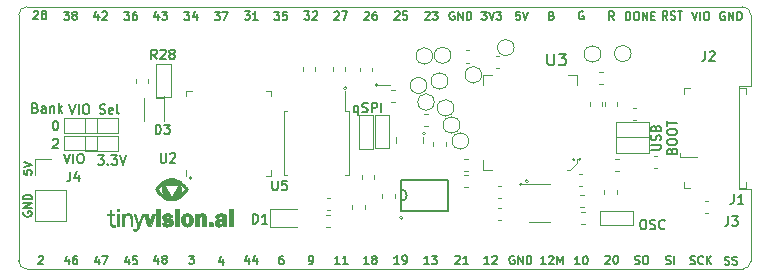
<source format=gto>
G04 #@! TF.GenerationSoftware,KiCad,Pcbnew,(5.1.5)-3*
G04 #@! TF.CreationDate,2020-03-25T11:39:43-07:00*
G04 #@! TF.ProjectId,UPduino_v3.0,55506475-696e-46f5-9f76-332e302e6b69,3.0*
G04 #@! TF.SameCoordinates,PX5f5e100PY5f5e100*
G04 #@! TF.FileFunction,Legend,Top*
G04 #@! TF.FilePolarity,Positive*
%FSLAX46Y46*%
G04 Gerber Fmt 4.6, Leading zero omitted, Abs format (unit mm)*
G04 Created by KiCad (PCBNEW (5.1.5)-3) date 2020-03-25 11:39:43*
%MOMM*%
%LPD*%
G04 APERTURE LIST*
%ADD10C,0.050000*%
%ADD11C,0.150000*%
%ADD12C,0.127000*%
%ADD13C,0.120000*%
%ADD14C,0.010000*%
%ADD15C,0.100000*%
G04 APERTURE END LIST*
D10*
X0Y21520000D02*
G75*
G02X700000Y22220000I700000J0D01*
G01*
X61300000Y22220000D02*
G75*
G02X62000000Y21520000I0J-700000D01*
G01*
X62000000Y700000D02*
G75*
G02X61300000Y0I-700000J0D01*
G01*
X700000Y0D02*
G75*
G02X0Y700000I0J700000D01*
G01*
D11*
X53572904Y10090477D02*
X54220523Y10090477D01*
X54296714Y10128572D01*
X54334809Y10166667D01*
X54372904Y10242858D01*
X54372904Y10395239D01*
X54334809Y10471429D01*
X54296714Y10509524D01*
X54220523Y10547620D01*
X53572904Y10547620D01*
X54334809Y10890477D02*
X54372904Y11004762D01*
X54372904Y11195239D01*
X54334809Y11271429D01*
X54296714Y11309524D01*
X54220523Y11347620D01*
X54144333Y11347620D01*
X54068142Y11309524D01*
X54030047Y11271429D01*
X53991952Y11195239D01*
X53953857Y11042858D01*
X53915761Y10966667D01*
X53877666Y10928572D01*
X53801476Y10890477D01*
X53725285Y10890477D01*
X53649095Y10928572D01*
X53611000Y10966667D01*
X53572904Y11042858D01*
X53572904Y11233334D01*
X53611000Y11347620D01*
X53953857Y11957143D02*
X53991952Y12071429D01*
X54030047Y12109524D01*
X54106238Y12147620D01*
X54220523Y12147620D01*
X54296714Y12109524D01*
X54334809Y12071429D01*
X54372904Y11995239D01*
X54372904Y11690477D01*
X53572904Y11690477D01*
X53572904Y11957143D01*
X53611000Y12033334D01*
X53649095Y12071429D01*
X53725285Y12109524D01*
X53801476Y12109524D01*
X53877666Y12071429D01*
X53915761Y12033334D01*
X53953857Y11957143D01*
X53953857Y11690477D01*
X55303857Y10014286D02*
X55341952Y10128572D01*
X55380047Y10166667D01*
X55456238Y10204762D01*
X55570523Y10204762D01*
X55646714Y10166667D01*
X55684809Y10128572D01*
X55722904Y10052381D01*
X55722904Y9747620D01*
X54922904Y9747620D01*
X54922904Y10014286D01*
X54961000Y10090477D01*
X54999095Y10128572D01*
X55075285Y10166667D01*
X55151476Y10166667D01*
X55227666Y10128572D01*
X55265761Y10090477D01*
X55303857Y10014286D01*
X55303857Y9747620D01*
X54922904Y10700000D02*
X54922904Y10852381D01*
X54961000Y10928572D01*
X55037190Y11004762D01*
X55189571Y11042858D01*
X55456238Y11042858D01*
X55608619Y11004762D01*
X55684809Y10928572D01*
X55722904Y10852381D01*
X55722904Y10700000D01*
X55684809Y10623810D01*
X55608619Y10547620D01*
X55456238Y10509524D01*
X55189571Y10509524D01*
X55037190Y10547620D01*
X54961000Y10623810D01*
X54922904Y10700000D01*
X54922904Y11538096D02*
X54922904Y11690477D01*
X54961000Y11766667D01*
X55037190Y11842858D01*
X55189571Y11880953D01*
X55456238Y11880953D01*
X55608619Y11842858D01*
X55684809Y11766667D01*
X55722904Y11690477D01*
X55722904Y11538096D01*
X55684809Y11461905D01*
X55608619Y11385715D01*
X55456238Y11347620D01*
X55189571Y11347620D01*
X55037190Y11385715D01*
X54961000Y11461905D01*
X54922904Y11538096D01*
X54922904Y12109524D02*
X54922904Y12566667D01*
X55722904Y12338096D02*
X54922904Y12338096D01*
X52812857Y4172096D02*
X52965238Y4172096D01*
X53041428Y4134000D01*
X53117619Y4057810D01*
X53155714Y3905429D01*
X53155714Y3638762D01*
X53117619Y3486381D01*
X53041428Y3410191D01*
X52965238Y3372096D01*
X52812857Y3372096D01*
X52736666Y3410191D01*
X52660476Y3486381D01*
X52622380Y3638762D01*
X52622380Y3905429D01*
X52660476Y4057810D01*
X52736666Y4134000D01*
X52812857Y4172096D01*
X53460476Y3410191D02*
X53574761Y3372096D01*
X53765238Y3372096D01*
X53841428Y3410191D01*
X53879523Y3448286D01*
X53917619Y3524477D01*
X53917619Y3600667D01*
X53879523Y3676858D01*
X53841428Y3714953D01*
X53765238Y3753048D01*
X53612857Y3791143D01*
X53536666Y3829239D01*
X53498571Y3867334D01*
X53460476Y3943524D01*
X53460476Y4019715D01*
X53498571Y4095905D01*
X53536666Y4134000D01*
X53612857Y4172096D01*
X53803333Y4172096D01*
X53917619Y4134000D01*
X54717619Y3448286D02*
X54679523Y3410191D01*
X54565238Y3372096D01*
X54489047Y3372096D01*
X54374761Y3410191D01*
X54298571Y3486381D01*
X54260476Y3562572D01*
X54222380Y3714953D01*
X54222380Y3829239D01*
X54260476Y3981620D01*
X54298571Y4057810D01*
X54374761Y4134000D01*
X54489047Y4172096D01*
X54565238Y4172096D01*
X54679523Y4134000D01*
X54717619Y4095905D01*
X28740000Y13811429D02*
X28740000Y13011429D01*
X28740000Y13316191D02*
X28663809Y13278096D01*
X28511428Y13278096D01*
X28435238Y13316191D01*
X28397142Y13354286D01*
X28359047Y13430477D01*
X28359047Y13659048D01*
X28397142Y13735239D01*
X28435238Y13773334D01*
X28511428Y13811429D01*
X28663809Y13811429D01*
X28740000Y13773334D01*
X29082857Y13316191D02*
X29197142Y13278096D01*
X29387619Y13278096D01*
X29463809Y13316191D01*
X29501904Y13354286D01*
X29540000Y13430477D01*
X29540000Y13506667D01*
X29501904Y13582858D01*
X29463809Y13620953D01*
X29387619Y13659048D01*
X29235238Y13697143D01*
X29159047Y13735239D01*
X29120952Y13773334D01*
X29082857Y13849524D01*
X29082857Y13925715D01*
X29120952Y14001905D01*
X29159047Y14040000D01*
X29235238Y14078096D01*
X29425714Y14078096D01*
X29540000Y14040000D01*
X29882857Y13278096D02*
X29882857Y14078096D01*
X30187619Y14078096D01*
X30263809Y14040000D01*
X30301904Y14001905D01*
X30340000Y13925715D01*
X30340000Y13811429D01*
X30301904Y13735239D01*
X30263809Y13697143D01*
X30187619Y13659048D01*
X29882857Y13659048D01*
X30682857Y13278096D02*
X30682857Y14078096D01*
X6719047Y9638096D02*
X7214285Y9638096D01*
X6947619Y9333334D01*
X7061904Y9333334D01*
X7138095Y9295239D01*
X7176190Y9257143D01*
X7214285Y9180953D01*
X7214285Y8990477D01*
X7176190Y8914286D01*
X7138095Y8876191D01*
X7061904Y8838096D01*
X6833333Y8838096D01*
X6757142Y8876191D01*
X6719047Y8914286D01*
X7557142Y8914286D02*
X7595238Y8876191D01*
X7557142Y8838096D01*
X7519047Y8876191D01*
X7557142Y8914286D01*
X7557142Y8838096D01*
X7861904Y9638096D02*
X8357142Y9638096D01*
X8090476Y9333334D01*
X8204761Y9333334D01*
X8280952Y9295239D01*
X8319047Y9257143D01*
X8357142Y9180953D01*
X8357142Y8990477D01*
X8319047Y8914286D01*
X8280952Y8876191D01*
X8204761Y8838096D01*
X7976190Y8838096D01*
X7900000Y8876191D01*
X7861904Y8914286D01*
X8585714Y9638096D02*
X8852380Y8838096D01*
X9119047Y9638096D01*
X3823809Y9760096D02*
X4090476Y8960096D01*
X4357142Y9760096D01*
X4623809Y8960096D02*
X4623809Y9760096D01*
X5157142Y9760096D02*
X5309523Y9760096D01*
X5385714Y9722000D01*
X5461904Y9645810D01*
X5500000Y9493429D01*
X5500000Y9226762D01*
X5461904Y9074381D01*
X5385714Y8998191D01*
X5309523Y8960096D01*
X5157142Y8960096D01*
X5080952Y8998191D01*
X5004761Y9074381D01*
X4966666Y9226762D01*
X4966666Y9493429D01*
X5004761Y9645810D01*
X5080952Y9722000D01*
X5157142Y9760096D01*
X2895428Y10953905D02*
X2933523Y10992000D01*
X3009714Y11030096D01*
X3200190Y11030096D01*
X3276380Y10992000D01*
X3314476Y10953905D01*
X3352571Y10877715D01*
X3352571Y10801524D01*
X3314476Y10687239D01*
X2857333Y10230096D01*
X3352571Y10230096D01*
X3085904Y12554096D02*
X3162095Y12554096D01*
X3238285Y12516000D01*
X3276380Y12477905D01*
X3314476Y12401715D01*
X3352571Y12249334D01*
X3352571Y12058858D01*
X3314476Y11906477D01*
X3276380Y11830286D01*
X3238285Y11792191D01*
X3162095Y11754096D01*
X3085904Y11754096D01*
X3009714Y11792191D01*
X2971619Y11830286D01*
X2933523Y11906477D01*
X2895428Y12058858D01*
X2895428Y12249334D01*
X2933523Y12401715D01*
X2971619Y12477905D01*
X3009714Y12516000D01*
X3085904Y12554096D01*
X1409523Y13657143D02*
X1523809Y13619048D01*
X1561904Y13580953D01*
X1600000Y13504762D01*
X1600000Y13390477D01*
X1561904Y13314286D01*
X1523809Y13276191D01*
X1447619Y13238096D01*
X1142857Y13238096D01*
X1142857Y14038096D01*
X1409523Y14038096D01*
X1485714Y14000000D01*
X1523809Y13961905D01*
X1561904Y13885715D01*
X1561904Y13809524D01*
X1523809Y13733334D01*
X1485714Y13695239D01*
X1409523Y13657143D01*
X1142857Y13657143D01*
X2285714Y13238096D02*
X2285714Y13657143D01*
X2247619Y13733334D01*
X2171428Y13771429D01*
X2019047Y13771429D01*
X1942857Y13733334D01*
X2285714Y13276191D02*
X2209523Y13238096D01*
X2019047Y13238096D01*
X1942857Y13276191D01*
X1904761Y13352381D01*
X1904761Y13428572D01*
X1942857Y13504762D01*
X2019047Y13542858D01*
X2209523Y13542858D01*
X2285714Y13580953D01*
X2666666Y13771429D02*
X2666666Y13238096D01*
X2666666Y13695239D02*
X2704761Y13733334D01*
X2780952Y13771429D01*
X2895238Y13771429D01*
X2971428Y13733334D01*
X3009523Y13657143D01*
X3009523Y13238096D01*
X3390476Y13238096D02*
X3390476Y14038096D01*
X3466666Y13542858D02*
X3695238Y13238096D01*
X3695238Y13771429D02*
X3390476Y13466667D01*
X4285714Y13938096D02*
X4552380Y13138096D01*
X4819047Y13938096D01*
X5085714Y13138096D02*
X5085714Y13938096D01*
X5619047Y13938096D02*
X5771428Y13938096D01*
X5847619Y13900000D01*
X5923809Y13823810D01*
X5961904Y13671429D01*
X5961904Y13404762D01*
X5923809Y13252381D01*
X5847619Y13176191D01*
X5771428Y13138096D01*
X5619047Y13138096D01*
X5542857Y13176191D01*
X5466666Y13252381D01*
X5428571Y13404762D01*
X5428571Y13671429D01*
X5466666Y13823810D01*
X5542857Y13900000D01*
X5619047Y13938096D01*
X6876190Y13176191D02*
X6990476Y13138096D01*
X7180952Y13138096D01*
X7257142Y13176191D01*
X7295238Y13214286D01*
X7333333Y13290477D01*
X7333333Y13366667D01*
X7295238Y13442858D01*
X7257142Y13480953D01*
X7180952Y13519048D01*
X7028571Y13557143D01*
X6952380Y13595239D01*
X6914285Y13633334D01*
X6876190Y13709524D01*
X6876190Y13785715D01*
X6914285Y13861905D01*
X6952380Y13900000D01*
X7028571Y13938096D01*
X7219047Y13938096D01*
X7333333Y13900000D01*
X7980952Y13176191D02*
X7904761Y13138096D01*
X7752380Y13138096D01*
X7676190Y13176191D01*
X7638095Y13252381D01*
X7638095Y13557143D01*
X7676190Y13633334D01*
X7752380Y13671429D01*
X7904761Y13671429D01*
X7980952Y13633334D01*
X8019047Y13557143D01*
X8019047Y13480953D01*
X7638095Y13404762D01*
X8476190Y13138096D02*
X8400000Y13176191D01*
X8361904Y13252381D01*
X8361904Y13938096D01*
D12*
X416666Y8376667D02*
X416666Y8043334D01*
X750000Y8010000D01*
X716666Y8043334D01*
X683333Y8110000D01*
X683333Y8276667D01*
X716666Y8343334D01*
X750000Y8376667D01*
X816666Y8410000D01*
X983333Y8410000D01*
X1050000Y8376667D01*
X1083333Y8343334D01*
X1116666Y8276667D01*
X1116666Y8110000D01*
X1083333Y8043334D01*
X1050000Y8010000D01*
X416666Y8610000D02*
X1116666Y8843334D01*
X416666Y9076667D01*
X440000Y4846667D02*
X406666Y4780000D01*
X406666Y4680000D01*
X440000Y4580000D01*
X506666Y4513334D01*
X573333Y4480000D01*
X706666Y4446667D01*
X806666Y4446667D01*
X940000Y4480000D01*
X1006666Y4513334D01*
X1073333Y4580000D01*
X1106666Y4680000D01*
X1106666Y4746667D01*
X1073333Y4846667D01*
X1040000Y4880000D01*
X806666Y4880000D01*
X806666Y4746667D01*
X1106666Y5180000D02*
X406666Y5180000D01*
X1106666Y5580000D01*
X406666Y5580000D01*
X1106666Y5913334D02*
X406666Y5913334D01*
X406666Y6080000D01*
X440000Y6180000D01*
X506666Y6246667D01*
X573333Y6280000D01*
X706666Y6313334D01*
X806666Y6313334D01*
X940000Y6280000D01*
X1006666Y6246667D01*
X1073333Y6180000D01*
X1106666Y6080000D01*
X1106666Y5913334D01*
D13*
X34425000Y11500000D02*
G75*
G03X34425000Y11500000I-125000J0D01*
G01*
X47106066Y9275000D02*
G75*
G03X47106066Y9275000I-106066J0D01*
G01*
X43170774Y7450000D02*
G75*
G03X43170774Y7450000I-145774J0D01*
G01*
X27784629Y15325000D02*
G75*
G03X27784629Y15325000I-134629J0D01*
G01*
X14700000Y7700000D02*
G75*
G03X14700000Y7700000I-125000J0D01*
G01*
D12*
X49676666Y1076667D02*
X49710000Y1110000D01*
X49776666Y1143334D01*
X49943333Y1143334D01*
X50010000Y1110000D01*
X50043333Y1076667D01*
X50076666Y1010000D01*
X50076666Y943334D01*
X50043333Y843334D01*
X49643333Y443334D01*
X50076666Y443334D01*
X50510000Y1143334D02*
X50576666Y1143334D01*
X50643333Y1110000D01*
X50676666Y1076667D01*
X50710000Y1010000D01*
X50743333Y876667D01*
X50743333Y710000D01*
X50710000Y576667D01*
X50676666Y510000D01*
X50643333Y476667D01*
X50576666Y443334D01*
X50510000Y443334D01*
X50443333Y476667D01*
X50410000Y510000D01*
X50376666Y576667D01*
X50343333Y710000D01*
X50343333Y876667D01*
X50376666Y1010000D01*
X50410000Y1076667D01*
X50443333Y1110000D01*
X50510000Y1143334D01*
X47516666Y393334D02*
X47116666Y393334D01*
X47316666Y393334D02*
X47316666Y1093334D01*
X47250000Y993334D01*
X47183333Y926667D01*
X47116666Y893334D01*
X47950000Y1093334D02*
X48016666Y1093334D01*
X48083333Y1060000D01*
X48116666Y1026667D01*
X48150000Y960000D01*
X48183333Y826667D01*
X48183333Y660000D01*
X48150000Y526667D01*
X48116666Y460000D01*
X48083333Y426667D01*
X48016666Y393334D01*
X47950000Y393334D01*
X47883333Y426667D01*
X47850000Y460000D01*
X47816666Y526667D01*
X47783333Y660000D01*
X47783333Y826667D01*
X47816666Y960000D01*
X47850000Y1026667D01*
X47883333Y1060000D01*
X47950000Y1093334D01*
X44636666Y423334D02*
X44236666Y423334D01*
X44436666Y423334D02*
X44436666Y1123334D01*
X44370000Y1023334D01*
X44303333Y956667D01*
X44236666Y923334D01*
X44903333Y1056667D02*
X44936666Y1090000D01*
X45003333Y1123334D01*
X45170000Y1123334D01*
X45236666Y1090000D01*
X45270000Y1056667D01*
X45303333Y990000D01*
X45303333Y923334D01*
X45270000Y823334D01*
X44870000Y423334D01*
X45303333Y423334D01*
X45603333Y423334D02*
X45603333Y1123334D01*
X45836666Y623334D01*
X46070000Y1123334D01*
X46070000Y423334D01*
X52173333Y466667D02*
X52273333Y433334D01*
X52440000Y433334D01*
X52506666Y466667D01*
X52540000Y500000D01*
X52573333Y566667D01*
X52573333Y633334D01*
X52540000Y700000D01*
X52506666Y733334D01*
X52440000Y766667D01*
X52306666Y800000D01*
X52240000Y833334D01*
X52206666Y866667D01*
X52173333Y933334D01*
X52173333Y1000000D01*
X52206666Y1066667D01*
X52240000Y1100000D01*
X52306666Y1133334D01*
X52473333Y1133334D01*
X52573333Y1100000D01*
X53006666Y1133334D02*
X53140000Y1133334D01*
X53206666Y1100000D01*
X53273333Y1033334D01*
X53306666Y900000D01*
X53306666Y666667D01*
X53273333Y533334D01*
X53206666Y466667D01*
X53140000Y433334D01*
X53006666Y433334D01*
X52940000Y466667D01*
X52873333Y533334D01*
X52840000Y666667D01*
X52840000Y900000D01*
X52873333Y1033334D01*
X52940000Y1100000D01*
X53006666Y1133334D01*
X54793333Y446667D02*
X54893333Y413334D01*
X55060000Y413334D01*
X55126666Y446667D01*
X55160000Y480000D01*
X55193333Y546667D01*
X55193333Y613334D01*
X55160000Y680000D01*
X55126666Y713334D01*
X55060000Y746667D01*
X54926666Y780000D01*
X54860000Y813334D01*
X54826666Y846667D01*
X54793333Y913334D01*
X54793333Y980000D01*
X54826666Y1046667D01*
X54860000Y1080000D01*
X54926666Y1113334D01*
X55093333Y1113334D01*
X55193333Y1080000D01*
X55493333Y413334D02*
X55493333Y1113334D01*
X56860000Y436667D02*
X56960000Y403334D01*
X57126666Y403334D01*
X57193333Y436667D01*
X57226666Y470000D01*
X57260000Y536667D01*
X57260000Y603334D01*
X57226666Y670000D01*
X57193333Y703334D01*
X57126666Y736667D01*
X56993333Y770000D01*
X56926666Y803334D01*
X56893333Y836667D01*
X56860000Y903334D01*
X56860000Y970000D01*
X56893333Y1036667D01*
X56926666Y1070000D01*
X56993333Y1103334D01*
X57160000Y1103334D01*
X57260000Y1070000D01*
X57960000Y470000D02*
X57926666Y436667D01*
X57826666Y403334D01*
X57760000Y403334D01*
X57660000Y436667D01*
X57593333Y503334D01*
X57560000Y570000D01*
X57526666Y703334D01*
X57526666Y803334D01*
X57560000Y936667D01*
X57593333Y1003334D01*
X57660000Y1070000D01*
X57760000Y1103334D01*
X57826666Y1103334D01*
X57926666Y1070000D01*
X57960000Y1036667D01*
X58260000Y403334D02*
X58260000Y1103334D01*
X58660000Y403334D02*
X58360000Y803334D01*
X58660000Y1103334D02*
X58260000Y703334D01*
X59766666Y396667D02*
X59866666Y363334D01*
X60033333Y363334D01*
X60100000Y396667D01*
X60133333Y430000D01*
X60166666Y496667D01*
X60166666Y563334D01*
X60133333Y630000D01*
X60100000Y663334D01*
X60033333Y696667D01*
X59900000Y730000D01*
X59833333Y763334D01*
X59800000Y796667D01*
X59766666Y863334D01*
X59766666Y930000D01*
X59800000Y996667D01*
X59833333Y1030000D01*
X59900000Y1063334D01*
X60066666Y1063334D01*
X60166666Y1030000D01*
X60433333Y396667D02*
X60533333Y363334D01*
X60700000Y363334D01*
X60766666Y396667D01*
X60800000Y430000D01*
X60833333Y496667D01*
X60833333Y563334D01*
X60800000Y630000D01*
X60766666Y663334D01*
X60700000Y696667D01*
X60566666Y730000D01*
X60500000Y763334D01*
X60466666Y796667D01*
X60433333Y863334D01*
X60433333Y930000D01*
X60466666Y996667D01*
X60500000Y1030000D01*
X60566666Y1063334D01*
X60733333Y1063334D01*
X60833333Y1030000D01*
X41956666Y1100000D02*
X41890000Y1133334D01*
X41790000Y1133334D01*
X41690000Y1100000D01*
X41623333Y1033334D01*
X41590000Y966667D01*
X41556666Y833334D01*
X41556666Y733334D01*
X41590000Y600000D01*
X41623333Y533334D01*
X41690000Y466667D01*
X41790000Y433334D01*
X41856666Y433334D01*
X41956666Y466667D01*
X41990000Y500000D01*
X41990000Y733334D01*
X41856666Y733334D01*
X42290000Y433334D02*
X42290000Y1133334D01*
X42690000Y433334D01*
X42690000Y1133334D01*
X43023333Y433334D02*
X43023333Y1133334D01*
X43190000Y1133334D01*
X43290000Y1100000D01*
X43356666Y1033334D01*
X43390000Y966667D01*
X43423333Y833334D01*
X43423333Y733334D01*
X43390000Y600000D01*
X43356666Y533334D01*
X43290000Y466667D01*
X43190000Y433334D01*
X43023333Y433334D01*
X39836666Y433334D02*
X39436666Y433334D01*
X39636666Y433334D02*
X39636666Y1133334D01*
X39570000Y1033334D01*
X39503333Y966667D01*
X39436666Y933334D01*
X40103333Y1066667D02*
X40136666Y1100000D01*
X40203333Y1133334D01*
X40370000Y1133334D01*
X40436666Y1100000D01*
X40470000Y1066667D01*
X40503333Y1000000D01*
X40503333Y933334D01*
X40470000Y833334D01*
X40070000Y433334D01*
X40503333Y433334D01*
X36986666Y1076667D02*
X37020000Y1110000D01*
X37086666Y1143334D01*
X37253333Y1143334D01*
X37320000Y1110000D01*
X37353333Y1076667D01*
X37386666Y1010000D01*
X37386666Y943334D01*
X37353333Y843334D01*
X36953333Y443334D01*
X37386666Y443334D01*
X38053333Y443334D02*
X37653333Y443334D01*
X37853333Y443334D02*
X37853333Y1143334D01*
X37786666Y1043334D01*
X37720000Y976667D01*
X37653333Y943334D01*
X34736666Y423334D02*
X34336666Y423334D01*
X34536666Y423334D02*
X34536666Y1123334D01*
X34470000Y1023334D01*
X34403333Y956667D01*
X34336666Y923334D01*
X34970000Y1123334D02*
X35403333Y1123334D01*
X35170000Y856667D01*
X35270000Y856667D01*
X35336666Y823334D01*
X35370000Y790000D01*
X35403333Y723334D01*
X35403333Y556667D01*
X35370000Y490000D01*
X35336666Y456667D01*
X35270000Y423334D01*
X35070000Y423334D01*
X35003333Y456667D01*
X34970000Y490000D01*
X32216666Y453334D02*
X31816666Y453334D01*
X32016666Y453334D02*
X32016666Y1153334D01*
X31950000Y1053334D01*
X31883333Y986667D01*
X31816666Y953334D01*
X32550000Y453334D02*
X32683333Y453334D01*
X32750000Y486667D01*
X32783333Y520000D01*
X32850000Y620000D01*
X32883333Y753334D01*
X32883333Y1020000D01*
X32850000Y1086667D01*
X32816666Y1120000D01*
X32750000Y1153334D01*
X32616666Y1153334D01*
X32550000Y1120000D01*
X32516666Y1086667D01*
X32483333Y1020000D01*
X32483333Y853334D01*
X32516666Y786667D01*
X32550000Y753334D01*
X32616666Y720000D01*
X32750000Y720000D01*
X32816666Y753334D01*
X32850000Y786667D01*
X32883333Y853334D01*
X29646666Y433334D02*
X29246666Y433334D01*
X29446666Y433334D02*
X29446666Y1133334D01*
X29380000Y1033334D01*
X29313333Y966667D01*
X29246666Y933334D01*
X30046666Y833334D02*
X29980000Y866667D01*
X29946666Y900000D01*
X29913333Y966667D01*
X29913333Y1000000D01*
X29946666Y1066667D01*
X29980000Y1100000D01*
X30046666Y1133334D01*
X30180000Y1133334D01*
X30246666Y1100000D01*
X30280000Y1066667D01*
X30313333Y1000000D01*
X30313333Y966667D01*
X30280000Y900000D01*
X30246666Y866667D01*
X30180000Y833334D01*
X30046666Y833334D01*
X29980000Y800000D01*
X29946666Y766667D01*
X29913333Y700000D01*
X29913333Y566667D01*
X29946666Y500000D01*
X29980000Y466667D01*
X30046666Y433334D01*
X30180000Y433334D01*
X30246666Y466667D01*
X30280000Y500000D01*
X30313333Y566667D01*
X30313333Y700000D01*
X30280000Y766667D01*
X30246666Y800000D01*
X30180000Y833334D01*
X27186666Y423334D02*
X26786666Y423334D01*
X26986666Y423334D02*
X26986666Y1123334D01*
X26920000Y1023334D01*
X26853333Y956667D01*
X26786666Y923334D01*
X27853333Y423334D02*
X27453333Y423334D01*
X27653333Y423334D02*
X27653333Y1123334D01*
X27586666Y1023334D01*
X27520000Y956667D01*
X27453333Y923334D01*
X24616666Y413334D02*
X24750000Y413334D01*
X24816666Y446667D01*
X24850000Y480000D01*
X24916666Y580000D01*
X24950000Y713334D01*
X24950000Y980000D01*
X24916666Y1046667D01*
X24883333Y1080000D01*
X24816666Y1113334D01*
X24683333Y1113334D01*
X24616666Y1080000D01*
X24583333Y1046667D01*
X24550000Y980000D01*
X24550000Y813334D01*
X24583333Y746667D01*
X24616666Y713334D01*
X24683333Y680000D01*
X24816666Y680000D01*
X24883333Y713334D01*
X24916666Y746667D01*
X24950000Y813334D01*
X22383333Y1123334D02*
X22250000Y1123334D01*
X22183333Y1090000D01*
X22150000Y1056667D01*
X22083333Y956667D01*
X22050000Y823334D01*
X22050000Y556667D01*
X22083333Y490000D01*
X22116666Y456667D01*
X22183333Y423334D01*
X22316666Y423334D01*
X22383333Y456667D01*
X22416666Y490000D01*
X22450000Y556667D01*
X22450000Y723334D01*
X22416666Y790000D01*
X22383333Y823334D01*
X22316666Y856667D01*
X22183333Y856667D01*
X22116666Y823334D01*
X22083333Y790000D01*
X22050000Y723334D01*
X19480000Y900000D02*
X19480000Y433334D01*
X19313333Y1166667D02*
X19146666Y666667D01*
X19580000Y666667D01*
X20146666Y900000D02*
X20146666Y433334D01*
X19980000Y1166667D02*
X19813333Y666667D01*
X20246666Y666667D01*
X17263333Y840000D02*
X17263333Y373334D01*
X17096666Y1106667D02*
X16930000Y606667D01*
X17363333Y606667D01*
X14406666Y1143334D02*
X14840000Y1143334D01*
X14606666Y876667D01*
X14706666Y876667D01*
X14773333Y843334D01*
X14806666Y810000D01*
X14840000Y743334D01*
X14840000Y576667D01*
X14806666Y510000D01*
X14773333Y476667D01*
X14706666Y443334D01*
X14506666Y443334D01*
X14440000Y476667D01*
X14406666Y510000D01*
X11820000Y910000D02*
X11820000Y443334D01*
X11653333Y1176667D02*
X11486666Y676667D01*
X11920000Y676667D01*
X12286666Y843334D02*
X12220000Y876667D01*
X12186666Y910000D01*
X12153333Y976667D01*
X12153333Y1010000D01*
X12186666Y1076667D01*
X12220000Y1110000D01*
X12286666Y1143334D01*
X12420000Y1143334D01*
X12486666Y1110000D01*
X12520000Y1076667D01*
X12553333Y1010000D01*
X12553333Y976667D01*
X12520000Y910000D01*
X12486666Y876667D01*
X12420000Y843334D01*
X12286666Y843334D01*
X12220000Y810000D01*
X12186666Y776667D01*
X12153333Y710000D01*
X12153333Y576667D01*
X12186666Y510000D01*
X12220000Y476667D01*
X12286666Y443334D01*
X12420000Y443334D01*
X12486666Y476667D01*
X12520000Y510000D01*
X12553333Y576667D01*
X12553333Y710000D01*
X12520000Y776667D01*
X12486666Y810000D01*
X12420000Y843334D01*
X9310000Y860000D02*
X9310000Y393334D01*
X9143333Y1126667D02*
X8976666Y626667D01*
X9410000Y626667D01*
X10010000Y1093334D02*
X9676666Y1093334D01*
X9643333Y760000D01*
X9676666Y793334D01*
X9743333Y826667D01*
X9910000Y826667D01*
X9976666Y793334D01*
X10010000Y760000D01*
X10043333Y693334D01*
X10043333Y526667D01*
X10010000Y460000D01*
X9976666Y426667D01*
X9910000Y393334D01*
X9743333Y393334D01*
X9676666Y426667D01*
X9643333Y460000D01*
X6780000Y860000D02*
X6780000Y393334D01*
X6613333Y1126667D02*
X6446666Y626667D01*
X6880000Y626667D01*
X7080000Y1093334D02*
X7546666Y1093334D01*
X7246666Y393334D01*
X4250000Y880000D02*
X4250000Y413334D01*
X4083333Y1146667D02*
X3916666Y646667D01*
X4350000Y646667D01*
X4916666Y1113334D02*
X4783333Y1113334D01*
X4716666Y1080000D01*
X4683333Y1046667D01*
X4616666Y946667D01*
X4583333Y813334D01*
X4583333Y546667D01*
X4616666Y480000D01*
X4650000Y446667D01*
X4716666Y413334D01*
X4850000Y413334D01*
X4916666Y446667D01*
X4950000Y480000D01*
X4983333Y546667D01*
X4983333Y713334D01*
X4950000Y780000D01*
X4916666Y813334D01*
X4850000Y846667D01*
X4716666Y846667D01*
X4650000Y813334D01*
X4616666Y780000D01*
X4583333Y713334D01*
X1700000Y1066667D02*
X1733333Y1100000D01*
X1800000Y1133334D01*
X1966666Y1133334D01*
X2033333Y1100000D01*
X2066666Y1066667D01*
X2100000Y1000000D01*
X2100000Y933334D01*
X2066666Y833334D01*
X1666666Y433334D01*
X2100000Y433334D01*
X59776666Y21760000D02*
X59710000Y21793334D01*
X59610000Y21793334D01*
X59510000Y21760000D01*
X59443333Y21693334D01*
X59410000Y21626667D01*
X59376666Y21493334D01*
X59376666Y21393334D01*
X59410000Y21260000D01*
X59443333Y21193334D01*
X59510000Y21126667D01*
X59610000Y21093334D01*
X59676666Y21093334D01*
X59776666Y21126667D01*
X59810000Y21160000D01*
X59810000Y21393334D01*
X59676666Y21393334D01*
X60110000Y21093334D02*
X60110000Y21793334D01*
X60510000Y21093334D01*
X60510000Y21793334D01*
X60843333Y21093334D02*
X60843333Y21793334D01*
X61010000Y21793334D01*
X61110000Y21760000D01*
X61176666Y21693334D01*
X61210000Y21626667D01*
X61243333Y21493334D01*
X61243333Y21393334D01*
X61210000Y21260000D01*
X61176666Y21193334D01*
X61110000Y21126667D01*
X61010000Y21093334D01*
X60843333Y21093334D01*
X56993333Y21783334D02*
X57226666Y21083334D01*
X57460000Y21783334D01*
X57693333Y21083334D02*
X57693333Y21783334D01*
X58160000Y21783334D02*
X58293333Y21783334D01*
X58360000Y21750000D01*
X58426666Y21683334D01*
X58460000Y21550000D01*
X58460000Y21316667D01*
X58426666Y21183334D01*
X58360000Y21116667D01*
X58293333Y21083334D01*
X58160000Y21083334D01*
X58093333Y21116667D01*
X58026666Y21183334D01*
X57993333Y21316667D01*
X57993333Y21550000D01*
X58026666Y21683334D01*
X58093333Y21750000D01*
X58160000Y21783334D01*
X54936666Y21123334D02*
X54703333Y21456667D01*
X54536666Y21123334D02*
X54536666Y21823334D01*
X54803333Y21823334D01*
X54870000Y21790000D01*
X54903333Y21756667D01*
X54936666Y21690000D01*
X54936666Y21590000D01*
X54903333Y21523334D01*
X54870000Y21490000D01*
X54803333Y21456667D01*
X54536666Y21456667D01*
X55203333Y21156667D02*
X55303333Y21123334D01*
X55470000Y21123334D01*
X55536666Y21156667D01*
X55570000Y21190000D01*
X55603333Y21256667D01*
X55603333Y21323334D01*
X55570000Y21390000D01*
X55536666Y21423334D01*
X55470000Y21456667D01*
X55336666Y21490000D01*
X55270000Y21523334D01*
X55236666Y21556667D01*
X55203333Y21623334D01*
X55203333Y21690000D01*
X55236666Y21756667D01*
X55270000Y21790000D01*
X55336666Y21823334D01*
X55503333Y21823334D01*
X55603333Y21790000D01*
X55803333Y21823334D02*
X56203333Y21823334D01*
X56003333Y21123334D02*
X56003333Y21823334D01*
X51396666Y21093334D02*
X51396666Y21793334D01*
X51563333Y21793334D01*
X51663333Y21760000D01*
X51730000Y21693334D01*
X51763333Y21626667D01*
X51796666Y21493334D01*
X51796666Y21393334D01*
X51763333Y21260000D01*
X51730000Y21193334D01*
X51663333Y21126667D01*
X51563333Y21093334D01*
X51396666Y21093334D01*
X52230000Y21793334D02*
X52363333Y21793334D01*
X52430000Y21760000D01*
X52496666Y21693334D01*
X52530000Y21560000D01*
X52530000Y21326667D01*
X52496666Y21193334D01*
X52430000Y21126667D01*
X52363333Y21093334D01*
X52230000Y21093334D01*
X52163333Y21126667D01*
X52096666Y21193334D01*
X52063333Y21326667D01*
X52063333Y21560000D01*
X52096666Y21693334D01*
X52163333Y21760000D01*
X52230000Y21793334D01*
X52830000Y21093334D02*
X52830000Y21793334D01*
X53230000Y21093334D01*
X53230000Y21793334D01*
X53563333Y21460000D02*
X53796666Y21460000D01*
X53896666Y21093334D02*
X53563333Y21093334D01*
X53563333Y21793334D01*
X53896666Y21793334D01*
X50416666Y21133334D02*
X50183333Y21466667D01*
X50016666Y21133334D02*
X50016666Y21833334D01*
X50283333Y21833334D01*
X50350000Y21800000D01*
X50383333Y21766667D01*
X50416666Y21700000D01*
X50416666Y21600000D01*
X50383333Y21533334D01*
X50350000Y21500000D01*
X50283333Y21466667D01*
X50016666Y21466667D01*
X47803333Y21810000D02*
X47736666Y21843334D01*
X47636666Y21843334D01*
X47536666Y21810000D01*
X47470000Y21743334D01*
X47436666Y21676667D01*
X47403333Y21543334D01*
X47403333Y21443334D01*
X47436666Y21310000D01*
X47470000Y21243334D01*
X47536666Y21176667D01*
X47636666Y21143334D01*
X47703333Y21143334D01*
X47803333Y21176667D01*
X47836666Y21210000D01*
X47836666Y21443334D01*
X47703333Y21443334D01*
X45125000Y21470000D02*
X45225000Y21436667D01*
X45258333Y21403334D01*
X45291666Y21336667D01*
X45291666Y21236667D01*
X45258333Y21170000D01*
X45225000Y21136667D01*
X45158333Y21103334D01*
X44891666Y21103334D01*
X44891666Y21803334D01*
X45125000Y21803334D01*
X45191666Y21770000D01*
X45225000Y21736667D01*
X45258333Y21670000D01*
X45258333Y21603334D01*
X45225000Y21536667D01*
X45191666Y21503334D01*
X45125000Y21470000D01*
X44891666Y21470000D01*
X42441666Y21803334D02*
X42108333Y21803334D01*
X42075000Y21470000D01*
X42108333Y21503334D01*
X42175000Y21536667D01*
X42341666Y21536667D01*
X42408333Y21503334D01*
X42441666Y21470000D01*
X42475000Y21403334D01*
X42475000Y21236667D01*
X42441666Y21170000D01*
X42408333Y21136667D01*
X42341666Y21103334D01*
X42175000Y21103334D01*
X42108333Y21136667D01*
X42075000Y21170000D01*
X42675000Y21803334D02*
X42908333Y21103334D01*
X43141666Y21803334D01*
X39183333Y21803334D02*
X39616666Y21803334D01*
X39383333Y21536667D01*
X39483333Y21536667D01*
X39550000Y21503334D01*
X39583333Y21470000D01*
X39616666Y21403334D01*
X39616666Y21236667D01*
X39583333Y21170000D01*
X39550000Y21136667D01*
X39483333Y21103334D01*
X39283333Y21103334D01*
X39216666Y21136667D01*
X39183333Y21170000D01*
X39816666Y21803334D02*
X40050000Y21103334D01*
X40283333Y21803334D01*
X40450000Y21803334D02*
X40883333Y21803334D01*
X40650000Y21536667D01*
X40750000Y21536667D01*
X40816666Y21503334D01*
X40850000Y21470000D01*
X40883333Y21403334D01*
X40883333Y21236667D01*
X40850000Y21170000D01*
X40816666Y21136667D01*
X40750000Y21103334D01*
X40550000Y21103334D01*
X40483333Y21136667D01*
X40450000Y21170000D01*
X36876666Y21770000D02*
X36810000Y21803334D01*
X36710000Y21803334D01*
X36610000Y21770000D01*
X36543333Y21703334D01*
X36510000Y21636667D01*
X36476666Y21503334D01*
X36476666Y21403334D01*
X36510000Y21270000D01*
X36543333Y21203334D01*
X36610000Y21136667D01*
X36710000Y21103334D01*
X36776666Y21103334D01*
X36876666Y21136667D01*
X36910000Y21170000D01*
X36910000Y21403334D01*
X36776666Y21403334D01*
X37210000Y21103334D02*
X37210000Y21803334D01*
X37610000Y21103334D01*
X37610000Y21803334D01*
X37943333Y21103334D02*
X37943333Y21803334D01*
X38110000Y21803334D01*
X38210000Y21770000D01*
X38276666Y21703334D01*
X38310000Y21636667D01*
X38343333Y21503334D01*
X38343333Y21403334D01*
X38310000Y21270000D01*
X38276666Y21203334D01*
X38210000Y21136667D01*
X38110000Y21103334D01*
X37943333Y21103334D01*
X34406666Y21736667D02*
X34440000Y21770000D01*
X34506666Y21803334D01*
X34673333Y21803334D01*
X34740000Y21770000D01*
X34773333Y21736667D01*
X34806666Y21670000D01*
X34806666Y21603334D01*
X34773333Y21503334D01*
X34373333Y21103334D01*
X34806666Y21103334D01*
X35040000Y21803334D02*
X35473333Y21803334D01*
X35240000Y21536667D01*
X35340000Y21536667D01*
X35406666Y21503334D01*
X35440000Y21470000D01*
X35473333Y21403334D01*
X35473333Y21236667D01*
X35440000Y21170000D01*
X35406666Y21136667D01*
X35340000Y21103334D01*
X35140000Y21103334D01*
X35073333Y21136667D01*
X35040000Y21170000D01*
X31856666Y21746667D02*
X31890000Y21780000D01*
X31956666Y21813334D01*
X32123333Y21813334D01*
X32190000Y21780000D01*
X32223333Y21746667D01*
X32256666Y21680000D01*
X32256666Y21613334D01*
X32223333Y21513334D01*
X31823333Y21113334D01*
X32256666Y21113334D01*
X32890000Y21813334D02*
X32556666Y21813334D01*
X32523333Y21480000D01*
X32556666Y21513334D01*
X32623333Y21546667D01*
X32790000Y21546667D01*
X32856666Y21513334D01*
X32890000Y21480000D01*
X32923333Y21413334D01*
X32923333Y21246667D01*
X32890000Y21180000D01*
X32856666Y21146667D01*
X32790000Y21113334D01*
X32623333Y21113334D01*
X32556666Y21146667D01*
X32523333Y21180000D01*
X29286666Y21736667D02*
X29320000Y21770000D01*
X29386666Y21803334D01*
X29553333Y21803334D01*
X29620000Y21770000D01*
X29653333Y21736667D01*
X29686666Y21670000D01*
X29686666Y21603334D01*
X29653333Y21503334D01*
X29253333Y21103334D01*
X29686666Y21103334D01*
X30286666Y21803334D02*
X30153333Y21803334D01*
X30086666Y21770000D01*
X30053333Y21736667D01*
X29986666Y21636667D01*
X29953333Y21503334D01*
X29953333Y21236667D01*
X29986666Y21170000D01*
X30020000Y21136667D01*
X30086666Y21103334D01*
X30220000Y21103334D01*
X30286666Y21136667D01*
X30320000Y21170000D01*
X30353333Y21236667D01*
X30353333Y21403334D01*
X30320000Y21470000D01*
X30286666Y21503334D01*
X30220000Y21536667D01*
X30086666Y21536667D01*
X30020000Y21503334D01*
X29986666Y21470000D01*
X29953333Y21403334D01*
X26736666Y21746667D02*
X26770000Y21780000D01*
X26836666Y21813334D01*
X27003333Y21813334D01*
X27070000Y21780000D01*
X27103333Y21746667D01*
X27136666Y21680000D01*
X27136666Y21613334D01*
X27103333Y21513334D01*
X26703333Y21113334D01*
X27136666Y21113334D01*
X27370000Y21813334D02*
X27836666Y21813334D01*
X27536666Y21113334D01*
X24193333Y21823334D02*
X24626666Y21823334D01*
X24393333Y21556667D01*
X24493333Y21556667D01*
X24560000Y21523334D01*
X24593333Y21490000D01*
X24626666Y21423334D01*
X24626666Y21256667D01*
X24593333Y21190000D01*
X24560000Y21156667D01*
X24493333Y21123334D01*
X24293333Y21123334D01*
X24226666Y21156667D01*
X24193333Y21190000D01*
X24893333Y21756667D02*
X24926666Y21790000D01*
X24993333Y21823334D01*
X25160000Y21823334D01*
X25226666Y21790000D01*
X25260000Y21756667D01*
X25293333Y21690000D01*
X25293333Y21623334D01*
X25260000Y21523334D01*
X24860000Y21123334D01*
X25293333Y21123334D01*
X21643333Y21783334D02*
X22076666Y21783334D01*
X21843333Y21516667D01*
X21943333Y21516667D01*
X22010000Y21483334D01*
X22043333Y21450000D01*
X22076666Y21383334D01*
X22076666Y21216667D01*
X22043333Y21150000D01*
X22010000Y21116667D01*
X21943333Y21083334D01*
X21743333Y21083334D01*
X21676666Y21116667D01*
X21643333Y21150000D01*
X22710000Y21783334D02*
X22376666Y21783334D01*
X22343333Y21450000D01*
X22376666Y21483334D01*
X22443333Y21516667D01*
X22610000Y21516667D01*
X22676666Y21483334D01*
X22710000Y21450000D01*
X22743333Y21383334D01*
X22743333Y21216667D01*
X22710000Y21150000D01*
X22676666Y21116667D01*
X22610000Y21083334D01*
X22443333Y21083334D01*
X22376666Y21116667D01*
X22343333Y21150000D01*
X19143333Y21823334D02*
X19576666Y21823334D01*
X19343333Y21556667D01*
X19443333Y21556667D01*
X19510000Y21523334D01*
X19543333Y21490000D01*
X19576666Y21423334D01*
X19576666Y21256667D01*
X19543333Y21190000D01*
X19510000Y21156667D01*
X19443333Y21123334D01*
X19243333Y21123334D01*
X19176666Y21156667D01*
X19143333Y21190000D01*
X20243333Y21123334D02*
X19843333Y21123334D01*
X20043333Y21123334D02*
X20043333Y21823334D01*
X19976666Y21723334D01*
X19910000Y21656667D01*
X19843333Y21623334D01*
X16593333Y21773334D02*
X17026666Y21773334D01*
X16793333Y21506667D01*
X16893333Y21506667D01*
X16960000Y21473334D01*
X16993333Y21440000D01*
X17026666Y21373334D01*
X17026666Y21206667D01*
X16993333Y21140000D01*
X16960000Y21106667D01*
X16893333Y21073334D01*
X16693333Y21073334D01*
X16626666Y21106667D01*
X16593333Y21140000D01*
X17260000Y21773334D02*
X17726666Y21773334D01*
X17426666Y21073334D01*
X14033333Y21793334D02*
X14466666Y21793334D01*
X14233333Y21526667D01*
X14333333Y21526667D01*
X14400000Y21493334D01*
X14433333Y21460000D01*
X14466666Y21393334D01*
X14466666Y21226667D01*
X14433333Y21160000D01*
X14400000Y21126667D01*
X14333333Y21093334D01*
X14133333Y21093334D01*
X14066666Y21126667D01*
X14033333Y21160000D01*
X15066666Y21560000D02*
X15066666Y21093334D01*
X14900000Y21826667D02*
X14733333Y21326667D01*
X15166666Y21326667D01*
X11830000Y21570000D02*
X11830000Y21103334D01*
X11663333Y21836667D02*
X11496666Y21336667D01*
X11930000Y21336667D01*
X12130000Y21803334D02*
X12563333Y21803334D01*
X12330000Y21536667D01*
X12430000Y21536667D01*
X12496666Y21503334D01*
X12530000Y21470000D01*
X12563333Y21403334D01*
X12563333Y21236667D01*
X12530000Y21170000D01*
X12496666Y21136667D01*
X12430000Y21103334D01*
X12230000Y21103334D01*
X12163333Y21136667D01*
X12130000Y21170000D01*
X8943333Y21793334D02*
X9376666Y21793334D01*
X9143333Y21526667D01*
X9243333Y21526667D01*
X9310000Y21493334D01*
X9343333Y21460000D01*
X9376666Y21393334D01*
X9376666Y21226667D01*
X9343333Y21160000D01*
X9310000Y21126667D01*
X9243333Y21093334D01*
X9043333Y21093334D01*
X8976666Y21126667D01*
X8943333Y21160000D01*
X9976666Y21793334D02*
X9843333Y21793334D01*
X9776666Y21760000D01*
X9743333Y21726667D01*
X9676666Y21626667D01*
X9643333Y21493334D01*
X9643333Y21226667D01*
X9676666Y21160000D01*
X9710000Y21126667D01*
X9776666Y21093334D01*
X9910000Y21093334D01*
X9976666Y21126667D01*
X10010000Y21160000D01*
X10043333Y21226667D01*
X10043333Y21393334D01*
X10010000Y21460000D01*
X9976666Y21493334D01*
X9910000Y21526667D01*
X9776666Y21526667D01*
X9710000Y21493334D01*
X9676666Y21460000D01*
X9643333Y21393334D01*
X6750000Y21590000D02*
X6750000Y21123334D01*
X6583333Y21856667D02*
X6416666Y21356667D01*
X6850000Y21356667D01*
X7083333Y21756667D02*
X7116666Y21790000D01*
X7183333Y21823334D01*
X7350000Y21823334D01*
X7416666Y21790000D01*
X7450000Y21756667D01*
X7483333Y21690000D01*
X7483333Y21623334D01*
X7450000Y21523334D01*
X7050000Y21123334D01*
X7483333Y21123334D01*
X3843333Y21803334D02*
X4276666Y21803334D01*
X4043333Y21536667D01*
X4143333Y21536667D01*
X4210000Y21503334D01*
X4243333Y21470000D01*
X4276666Y21403334D01*
X4276666Y21236667D01*
X4243333Y21170000D01*
X4210000Y21136667D01*
X4143333Y21103334D01*
X3943333Y21103334D01*
X3876666Y21136667D01*
X3843333Y21170000D01*
X4676666Y21503334D02*
X4610000Y21536667D01*
X4576666Y21570000D01*
X4543333Y21636667D01*
X4543333Y21670000D01*
X4576666Y21736667D01*
X4610000Y21770000D01*
X4676666Y21803334D01*
X4810000Y21803334D01*
X4876666Y21770000D01*
X4910000Y21736667D01*
X4943333Y21670000D01*
X4943333Y21636667D01*
X4910000Y21570000D01*
X4876666Y21536667D01*
X4810000Y21503334D01*
X4676666Y21503334D01*
X4610000Y21470000D01*
X4576666Y21436667D01*
X4543333Y21370000D01*
X4543333Y21236667D01*
X4576666Y21170000D01*
X4610000Y21136667D01*
X4676666Y21103334D01*
X4810000Y21103334D01*
X4876666Y21136667D01*
X4910000Y21170000D01*
X4943333Y21236667D01*
X4943333Y21370000D01*
X4910000Y21436667D01*
X4876666Y21470000D01*
X4810000Y21503334D01*
X1276666Y21791667D02*
X1310000Y21825000D01*
X1376666Y21858334D01*
X1543333Y21858334D01*
X1610000Y21825000D01*
X1643333Y21791667D01*
X1676666Y21725000D01*
X1676666Y21658334D01*
X1643333Y21558334D01*
X1243333Y21158334D01*
X1676666Y21158334D01*
X2076666Y21558334D02*
X2010000Y21591667D01*
X1976666Y21625000D01*
X1943333Y21691667D01*
X1943333Y21725000D01*
X1976666Y21791667D01*
X2010000Y21825000D01*
X2076666Y21858334D01*
X2210000Y21858334D01*
X2276666Y21825000D01*
X2310000Y21791667D01*
X2343333Y21725000D01*
X2343333Y21691667D01*
X2310000Y21625000D01*
X2276666Y21591667D01*
X2210000Y21558334D01*
X2076666Y21558334D01*
X2010000Y21525000D01*
X1976666Y21491667D01*
X1943333Y21425000D01*
X1943333Y21291667D01*
X1976666Y21225000D01*
X2010000Y21191667D01*
X2076666Y21158334D01*
X2210000Y21158334D01*
X2276666Y21191667D01*
X2310000Y21225000D01*
X2343333Y21291667D01*
X2343333Y21425000D01*
X2310000Y21491667D01*
X2276666Y21525000D01*
X2210000Y21558334D01*
D10*
X62000000Y6800000D02*
X61000000Y6800000D01*
X62000000Y15500000D02*
X61000000Y15500000D01*
X61000000Y6800000D02*
X61000000Y15500000D01*
X62000000Y700000D02*
X62000000Y6800000D01*
X0Y21520000D02*
X0Y700000D01*
X61300000Y22220000D02*
X700000Y22220000D01*
X62000000Y15500000D02*
X62000000Y21520000D01*
X700000Y0D02*
X61300000Y0D01*
D14*
G36*
X9793898Y4701714D02*
G01*
X9866282Y4701714D01*
X9915939Y4552708D01*
X9935203Y4493923D01*
X9951890Y4441178D01*
X9964319Y4399915D01*
X9970808Y4375577D01*
X9971061Y4374303D01*
X9976466Y4354586D01*
X9988556Y4315738D01*
X10006118Y4261492D01*
X10027935Y4195581D01*
X10052792Y4121738D01*
X10064526Y4087265D01*
X10152524Y3829625D01*
X10167727Y3881646D01*
X10181490Y3923644D01*
X10196559Y3962564D01*
X10199857Y3969952D01*
X10213661Y4003605D01*
X10229101Y4046978D01*
X10235457Y4066714D01*
X10256318Y4131843D01*
X10276680Y4191097D01*
X10294271Y4238045D01*
X10303767Y4260238D01*
X10314092Y4285741D01*
X10327465Y4323481D01*
X10334496Y4344905D01*
X10356770Y4410774D01*
X10383662Y4484271D01*
X10410439Y4552632D01*
X10420425Y4576542D01*
X10431603Y4606084D01*
X10436727Y4626464D01*
X10436762Y4627378D01*
X10441433Y4647086D01*
X10450799Y4670907D01*
X10464836Y4701714D01*
X10686656Y4701714D01*
X10756642Y4701247D01*
X10817230Y4699947D01*
X10864708Y4697969D01*
X10895362Y4695466D01*
X10905498Y4692643D01*
X10907222Y4675095D01*
X10916134Y4639264D01*
X10931002Y4589548D01*
X10950592Y4530341D01*
X10952681Y4524304D01*
X10965282Y4484346D01*
X10974748Y4447948D01*
X10976197Y4440790D01*
X10985925Y4405592D01*
X10995763Y4382343D01*
X11004818Y4361524D01*
X11005521Y4353378D01*
X11006933Y4340412D01*
X11015078Y4308878D01*
X11028702Y4263041D01*
X11046553Y4207165D01*
X11062330Y4160155D01*
X11078161Y4110236D01*
X11086737Y4072151D01*
X11089639Y4048571D01*
X11094132Y4048977D01*
X11104038Y4065898D01*
X11116604Y4093080D01*
X11129074Y4124268D01*
X11138694Y4153207D01*
X11142083Y4167657D01*
X11147129Y4187985D01*
X11158283Y4227133D01*
X11174268Y4280889D01*
X11193806Y4345040D01*
X11215616Y4415370D01*
X11238422Y4487667D01*
X11252743Y4532381D01*
X11268015Y4581720D01*
X11281043Y4627310D01*
X11289235Y4660047D01*
X11289717Y4662405D01*
X11297446Y4701714D01*
X11423485Y4701714D01*
X11481311Y4700608D01*
X11523338Y4697501D01*
X11546256Y4692710D01*
X11549524Y4689619D01*
X11542173Y4677858D01*
X11539937Y4677524D01*
X11531514Y4666942D01*
X11520861Y4640027D01*
X11515384Y4621565D01*
X11503581Y4582191D01*
X11486487Y4530812D01*
X11467619Y4477957D01*
X11465920Y4473398D01*
X11446356Y4419934D01*
X11427367Y4366101D01*
X11412863Y4322997D01*
X11412131Y4320714D01*
X11403103Y4293133D01*
X11387538Y4246374D01*
X11366687Y4184161D01*
X11341802Y4110218D01*
X11314133Y4028270D01*
X11286193Y3945762D01*
X11179546Y3631286D01*
X11057245Y3627851D01*
X10934944Y3624417D01*
X10883804Y3779042D01*
X10864221Y3837051D01*
X10846593Y3887061D01*
X10832618Y3924409D01*
X10823995Y3944427D01*
X10822984Y3946044D01*
X10815501Y3962920D01*
X10804198Y3996787D01*
X10791186Y4041183D01*
X10787524Y4054619D01*
X10774410Y4100805D01*
X10762413Y4138271D01*
X10753644Y4160555D01*
X10752054Y4163194D01*
X10744377Y4179288D01*
X10731990Y4211334D01*
X10717379Y4252189D01*
X10703033Y4294712D01*
X10691441Y4331760D01*
X10685436Y4354428D01*
X10678786Y4375973D01*
X10669237Y4401021D01*
X10659829Y4426817D01*
X10645926Y4468454D01*
X10629953Y4518591D01*
X10623302Y4540117D01*
X10607922Y4588319D01*
X10594159Y4627773D01*
X10584091Y4652671D01*
X10581130Y4657807D01*
X10572063Y4654810D01*
X10561551Y4634053D01*
X10559423Y4627569D01*
X10540610Y4569531D01*
X10518793Y4508433D01*
X10498063Y4455561D01*
X10492078Y4441667D01*
X10477654Y4405188D01*
X10463366Y4363025D01*
X10461538Y4357000D01*
X10449618Y4319876D01*
X10438284Y4289175D01*
X10436247Y4284429D01*
X10420561Y4245578D01*
X10400240Y4189058D01*
X10377248Y4120471D01*
X10362018Y4072762D01*
X10348188Y4031159D01*
X10335845Y3998448D01*
X10327860Y3982048D01*
X10318152Y3962992D01*
X10306915Y3932230D01*
X10305483Y3927619D01*
X10290332Y3880386D01*
X10273723Y3832813D01*
X10257957Y3791038D01*
X10245329Y3761201D01*
X10238969Y3749984D01*
X10232592Y3732716D01*
X10231143Y3716356D01*
X10226378Y3690117D01*
X10220172Y3679062D01*
X10209643Y3660379D01*
X10198310Y3629766D01*
X10196957Y3625238D01*
X10177234Y3563915D01*
X10153029Y3503468D01*
X10120497Y3434542D01*
X10110112Y3413905D01*
X10082568Y3364455D01*
X10056251Y3330304D01*
X10024716Y3303812D01*
X10008077Y3292953D01*
X9975579Y3274485D01*
X9946050Y3263219D01*
X9911260Y3257188D01*
X9862973Y3254427D01*
X9844774Y3253945D01*
X9796170Y3253787D01*
X9756645Y3255432D01*
X9732574Y3258546D01*
X9728876Y3259993D01*
X9721578Y3276374D01*
X9717445Y3307283D01*
X9717095Y3319982D01*
X9717095Y3371536D01*
X9765476Y3363895D01*
X9841478Y3357917D01*
X9901640Y3367454D01*
X9949396Y3393407D01*
X9974758Y3418710D01*
X9986827Y3437901D01*
X10005394Y3472306D01*
X10027065Y3515065D01*
X10048448Y3559318D01*
X10066150Y3598203D01*
X10076777Y3624860D01*
X10076900Y3625238D01*
X10076817Y3651267D01*
X10072737Y3662882D01*
X10063577Y3688439D01*
X10055806Y3721751D01*
X10045574Y3760865D01*
X10032878Y3792965D01*
X10024531Y3813621D01*
X10010185Y3853472D01*
X9991164Y3908659D01*
X9968791Y3975320D01*
X9944388Y4049595D01*
X9934924Y4078809D01*
X9910453Y4153686D01*
X9887797Y4221203D01*
X9868199Y4277807D01*
X9852899Y4319941D01*
X9843138Y4344048D01*
X9841000Y4347929D01*
X9834057Y4360957D01*
X9835846Y4363048D01*
X9835416Y4373647D01*
X9827435Y4402819D01*
X9813208Y4446625D01*
X9794039Y4501124D01*
X9771230Y4562378D01*
X9761800Y4586809D01*
X9741504Y4638923D01*
X9730379Y4672345D01*
X9729581Y4691206D01*
X9740262Y4699637D01*
X9763577Y4701769D01*
X9793898Y4701714D01*
G37*
X9793898Y4701714D02*
X9866282Y4701714D01*
X9915939Y4552708D01*
X9935203Y4493923D01*
X9951890Y4441178D01*
X9964319Y4399915D01*
X9970808Y4375577D01*
X9971061Y4374303D01*
X9976466Y4354586D01*
X9988556Y4315738D01*
X10006118Y4261492D01*
X10027935Y4195581D01*
X10052792Y4121738D01*
X10064526Y4087265D01*
X10152524Y3829625D01*
X10167727Y3881646D01*
X10181490Y3923644D01*
X10196559Y3962564D01*
X10199857Y3969952D01*
X10213661Y4003605D01*
X10229101Y4046978D01*
X10235457Y4066714D01*
X10256318Y4131843D01*
X10276680Y4191097D01*
X10294271Y4238045D01*
X10303767Y4260238D01*
X10314092Y4285741D01*
X10327465Y4323481D01*
X10334496Y4344905D01*
X10356770Y4410774D01*
X10383662Y4484271D01*
X10410439Y4552632D01*
X10420425Y4576542D01*
X10431603Y4606084D01*
X10436727Y4626464D01*
X10436762Y4627378D01*
X10441433Y4647086D01*
X10450799Y4670907D01*
X10464836Y4701714D01*
X10686656Y4701714D01*
X10756642Y4701247D01*
X10817230Y4699947D01*
X10864708Y4697969D01*
X10895362Y4695466D01*
X10905498Y4692643D01*
X10907222Y4675095D01*
X10916134Y4639264D01*
X10931002Y4589548D01*
X10950592Y4530341D01*
X10952681Y4524304D01*
X10965282Y4484346D01*
X10974748Y4447948D01*
X10976197Y4440790D01*
X10985925Y4405592D01*
X10995763Y4382343D01*
X11004818Y4361524D01*
X11005521Y4353378D01*
X11006933Y4340412D01*
X11015078Y4308878D01*
X11028702Y4263041D01*
X11046553Y4207165D01*
X11062330Y4160155D01*
X11078161Y4110236D01*
X11086737Y4072151D01*
X11089639Y4048571D01*
X11094132Y4048977D01*
X11104038Y4065898D01*
X11116604Y4093080D01*
X11129074Y4124268D01*
X11138694Y4153207D01*
X11142083Y4167657D01*
X11147129Y4187985D01*
X11158283Y4227133D01*
X11174268Y4280889D01*
X11193806Y4345040D01*
X11215616Y4415370D01*
X11238422Y4487667D01*
X11252743Y4532381D01*
X11268015Y4581720D01*
X11281043Y4627310D01*
X11289235Y4660047D01*
X11289717Y4662405D01*
X11297446Y4701714D01*
X11423485Y4701714D01*
X11481311Y4700608D01*
X11523338Y4697501D01*
X11546256Y4692710D01*
X11549524Y4689619D01*
X11542173Y4677858D01*
X11539937Y4677524D01*
X11531514Y4666942D01*
X11520861Y4640027D01*
X11515384Y4621565D01*
X11503581Y4582191D01*
X11486487Y4530812D01*
X11467619Y4477957D01*
X11465920Y4473398D01*
X11446356Y4419934D01*
X11427367Y4366101D01*
X11412863Y4322997D01*
X11412131Y4320714D01*
X11403103Y4293133D01*
X11387538Y4246374D01*
X11366687Y4184161D01*
X11341802Y4110218D01*
X11314133Y4028270D01*
X11286193Y3945762D01*
X11179546Y3631286D01*
X11057245Y3627851D01*
X10934944Y3624417D01*
X10883804Y3779042D01*
X10864221Y3837051D01*
X10846593Y3887061D01*
X10832618Y3924409D01*
X10823995Y3944427D01*
X10822984Y3946044D01*
X10815501Y3962920D01*
X10804198Y3996787D01*
X10791186Y4041183D01*
X10787524Y4054619D01*
X10774410Y4100805D01*
X10762413Y4138271D01*
X10753644Y4160555D01*
X10752054Y4163194D01*
X10744377Y4179288D01*
X10731990Y4211334D01*
X10717379Y4252189D01*
X10703033Y4294712D01*
X10691441Y4331760D01*
X10685436Y4354428D01*
X10678786Y4375973D01*
X10669237Y4401021D01*
X10659829Y4426817D01*
X10645926Y4468454D01*
X10629953Y4518591D01*
X10623302Y4540117D01*
X10607922Y4588319D01*
X10594159Y4627773D01*
X10584091Y4652671D01*
X10581130Y4657807D01*
X10572063Y4654810D01*
X10561551Y4634053D01*
X10559423Y4627569D01*
X10540610Y4569531D01*
X10518793Y4508433D01*
X10498063Y4455561D01*
X10492078Y4441667D01*
X10477654Y4405188D01*
X10463366Y4363025D01*
X10461538Y4357000D01*
X10449618Y4319876D01*
X10438284Y4289175D01*
X10436247Y4284429D01*
X10420561Y4245578D01*
X10400240Y4189058D01*
X10377248Y4120471D01*
X10362018Y4072762D01*
X10348188Y4031159D01*
X10335845Y3998448D01*
X10327860Y3982048D01*
X10318152Y3962992D01*
X10306915Y3932230D01*
X10305483Y3927619D01*
X10290332Y3880386D01*
X10273723Y3832813D01*
X10257957Y3791038D01*
X10245329Y3761201D01*
X10238969Y3749984D01*
X10232592Y3732716D01*
X10231143Y3716356D01*
X10226378Y3690117D01*
X10220172Y3679062D01*
X10209643Y3660379D01*
X10198310Y3629766D01*
X10196957Y3625238D01*
X10177234Y3563915D01*
X10153029Y3503468D01*
X10120497Y3434542D01*
X10110112Y3413905D01*
X10082568Y3364455D01*
X10056251Y3330304D01*
X10024716Y3303812D01*
X10008077Y3292953D01*
X9975579Y3274485D01*
X9946050Y3263219D01*
X9911260Y3257188D01*
X9862973Y3254427D01*
X9844774Y3253945D01*
X9796170Y3253787D01*
X9756645Y3255432D01*
X9732574Y3258546D01*
X9728876Y3259993D01*
X9721578Y3276374D01*
X9717445Y3307283D01*
X9717095Y3319982D01*
X9717095Y3371536D01*
X9765476Y3363895D01*
X9841478Y3357917D01*
X9901640Y3367454D01*
X9949396Y3393407D01*
X9974758Y3418710D01*
X9986827Y3437901D01*
X10005394Y3472306D01*
X10027065Y3515065D01*
X10048448Y3559318D01*
X10066150Y3598203D01*
X10076777Y3624860D01*
X10076900Y3625238D01*
X10076817Y3651267D01*
X10072737Y3662882D01*
X10063577Y3688439D01*
X10055806Y3721751D01*
X10045574Y3760865D01*
X10032878Y3792965D01*
X10024531Y3813621D01*
X10010185Y3853472D01*
X9991164Y3908659D01*
X9968791Y3975320D01*
X9944388Y4049595D01*
X9934924Y4078809D01*
X9910453Y4153686D01*
X9887797Y4221203D01*
X9868199Y4277807D01*
X9852899Y4319941D01*
X9843138Y4344048D01*
X9841000Y4347929D01*
X9834057Y4360957D01*
X9835846Y4363048D01*
X9835416Y4373647D01*
X9827435Y4402819D01*
X9813208Y4446625D01*
X9794039Y4501124D01*
X9771230Y4562378D01*
X9761800Y4586809D01*
X9741504Y4638923D01*
X9730379Y4672345D01*
X9729581Y4691206D01*
X9740262Y4699637D01*
X9763577Y4701769D01*
X9793898Y4701714D01*
G36*
X7849232Y4837786D02*
G01*
X7847069Y4701714D01*
X7971701Y4701724D01*
X8096334Y4701733D01*
X8093414Y4590359D01*
X7973921Y4588584D01*
X7854429Y4586809D01*
X7851219Y4230659D01*
X7850455Y4113701D01*
X7850758Y4018335D01*
X7852539Y3941967D01*
X7856211Y3882007D01*
X7862186Y3835863D01*
X7870877Y3800945D01*
X7882696Y3774661D01*
X7898055Y3754419D01*
X7917366Y3737628D01*
X7931197Y3728017D01*
X7957715Y3712827D01*
X7984580Y3704405D01*
X8019802Y3701219D01*
X8069119Y3701672D01*
X8162857Y3704386D01*
X8162857Y3652717D01*
X8160669Y3618871D01*
X8152574Y3603228D01*
X8141691Y3600020D01*
X8065553Y3597124D01*
X8001646Y3596278D01*
X7953422Y3597443D01*
X7924332Y3600579D01*
X7918459Y3602589D01*
X7901149Y3608291D01*
X7897212Y3607373D01*
X7884136Y3611048D01*
X7858471Y3625086D01*
X7842206Y3635481D01*
X7800079Y3674834D01*
X7763594Y3729071D01*
X7738409Y3788888D01*
X7732032Y3816624D01*
X7730540Y3837426D01*
X7729030Y3879089D01*
X7727568Y3938283D01*
X7726221Y4011678D01*
X7725057Y4095945D01*
X7724143Y4187753D01*
X7723905Y4219494D01*
X7721381Y4586809D01*
X7509715Y4593799D01*
X7509715Y4701714D01*
X7715334Y4701714D01*
X7715334Y4831738D01*
X7715554Y4889078D01*
X7716810Y4926512D01*
X7719993Y4948326D01*
X7725992Y4958805D01*
X7735698Y4962234D01*
X7742548Y4962654D01*
X7774134Y4964833D01*
X7810579Y4968702D01*
X7851395Y4973857D01*
X7849232Y4837786D01*
G37*
X7849232Y4837786D02*
X7847069Y4701714D01*
X7971701Y4701724D01*
X8096334Y4701733D01*
X8093414Y4590359D01*
X7973921Y4588584D01*
X7854429Y4586809D01*
X7851219Y4230659D01*
X7850455Y4113701D01*
X7850758Y4018335D01*
X7852539Y3941967D01*
X7856211Y3882007D01*
X7862186Y3835863D01*
X7870877Y3800945D01*
X7882696Y3774661D01*
X7898055Y3754419D01*
X7917366Y3737628D01*
X7931197Y3728017D01*
X7957715Y3712827D01*
X7984580Y3704405D01*
X8019802Y3701219D01*
X8069119Y3701672D01*
X8162857Y3704386D01*
X8162857Y3652717D01*
X8160669Y3618871D01*
X8152574Y3603228D01*
X8141691Y3600020D01*
X8065553Y3597124D01*
X8001646Y3596278D01*
X7953422Y3597443D01*
X7924332Y3600579D01*
X7918459Y3602589D01*
X7901149Y3608291D01*
X7897212Y3607373D01*
X7884136Y3611048D01*
X7858471Y3625086D01*
X7842206Y3635481D01*
X7800079Y3674834D01*
X7763594Y3729071D01*
X7738409Y3788888D01*
X7732032Y3816624D01*
X7730540Y3837426D01*
X7729030Y3879089D01*
X7727568Y3938283D01*
X7726221Y4011678D01*
X7725057Y4095945D01*
X7724143Y4187753D01*
X7723905Y4219494D01*
X7721381Y4586809D01*
X7509715Y4593799D01*
X7509715Y4701714D01*
X7715334Y4701714D01*
X7715334Y4831738D01*
X7715554Y4889078D01*
X7716810Y4926512D01*
X7719993Y4948326D01*
X7725992Y4958805D01*
X7735698Y4962234D01*
X7742548Y4962654D01*
X7774134Y4964833D01*
X7810579Y4968702D01*
X7851395Y4973857D01*
X7849232Y4837786D01*
G36*
X12665758Y4714209D02*
G01*
X12712061Y4711935D01*
X12747254Y4706589D01*
X12777878Y4696898D01*
X12810469Y4681592D01*
X12832624Y4669762D01*
X12902507Y4621165D01*
X12958753Y4557331D01*
X12994519Y4496857D01*
X13024326Y4438036D01*
X12997520Y4431309D01*
X12970958Y4425075D01*
X12958619Y4422603D01*
X12938924Y4417022D01*
X12916286Y4408905D01*
X12886355Y4398230D01*
X12867905Y4392691D01*
X12841059Y4385499D01*
X12825062Y4380917D01*
X12805461Y4381220D01*
X12786064Y4397447D01*
X12770633Y4418799D01*
X12732861Y4467501D01*
X12693133Y4496956D01*
X12644061Y4511097D01*
X12591851Y4514028D01*
X12522265Y4507508D01*
X12472584Y4488505D01*
X12443277Y4457241D01*
X12437357Y4441322D01*
X12439392Y4404534D01*
X12461006Y4371888D01*
X12497639Y4349109D01*
X12514700Y4344200D01*
X12549171Y4337041D01*
X12575197Y4331541D01*
X12577619Y4331016D01*
X12600940Y4326949D01*
X12635728Y4321883D01*
X12644143Y4320765D01*
X12683936Y4315045D01*
X12718671Y4309192D01*
X12722762Y4308396D01*
X12759964Y4301143D01*
X12784201Y4296590D01*
X12877944Y4270114D01*
X12952719Y4228662D01*
X13008460Y4172307D01*
X13045103Y4101129D01*
X13062582Y4015201D01*
X13064161Y3969952D01*
X13059889Y3906760D01*
X13046648Y3855181D01*
X13021331Y3803356D01*
X13019826Y3800774D01*
X12964198Y3729065D01*
X12890032Y3672389D01*
X12796979Y3630511D01*
X12746953Y3615955D01*
X12727152Y3613540D01*
X12691082Y3611224D01*
X12644683Y3609172D01*
X12593897Y3607547D01*
X12544666Y3606515D01*
X12502932Y3606239D01*
X12474637Y3606884D01*
X12465660Y3608181D01*
X12451546Y3613826D01*
X12437790Y3617035D01*
X12343073Y3645588D01*
X12262521Y3693264D01*
X12199029Y3755164D01*
X12175934Y3787295D01*
X12153343Y3825801D01*
X12134208Y3864523D01*
X12121481Y3897306D01*
X12118113Y3917991D01*
X12119502Y3921057D01*
X12133477Y3925465D01*
X12162957Y3930791D01*
X12178701Y3932989D01*
X12225870Y3939195D01*
X12273174Y3945667D01*
X12281286Y3946812D01*
X12331059Y3953664D01*
X12361569Y3956936D01*
X12377464Y3956725D01*
X12383389Y3953130D01*
X12384095Y3948990D01*
X12393810Y3922892D01*
X12418808Y3892075D01*
X12452869Y3862901D01*
X12488378Y3842321D01*
X12533581Y3829814D01*
X12589961Y3823709D01*
X12648555Y3824033D01*
X12700397Y3830812D01*
X12732342Y3841606D01*
X12764522Y3867444D01*
X12785604Y3900799D01*
X12790769Y3933428D01*
X12789432Y3939255D01*
X12769644Y3965938D01*
X12732059Y3988485D01*
X12683060Y4003460D01*
X12665056Y4006202D01*
X12571107Y4018533D01*
X12498924Y4031806D01*
X12446087Y4046469D01*
X12444572Y4047008D01*
X12413638Y4057422D01*
X12373720Y4070035D01*
X12362135Y4073557D01*
X12291735Y4106755D01*
X12233752Y4158306D01*
X12190666Y4224510D01*
X12164955Y4301664D01*
X12158716Y4377260D01*
X12172065Y4465625D01*
X12206387Y4542009D01*
X12261745Y4606501D01*
X12338201Y4659190D01*
X12367700Y4673832D01*
X12407880Y4691452D01*
X12441324Y4703128D01*
X12474985Y4710070D01*
X12515812Y4713494D01*
X12570756Y4714611D01*
X12601810Y4714685D01*
X12665758Y4714209D01*
G37*
X12665758Y4714209D02*
X12712061Y4711935D01*
X12747254Y4706589D01*
X12777878Y4696898D01*
X12810469Y4681592D01*
X12832624Y4669762D01*
X12902507Y4621165D01*
X12958753Y4557331D01*
X12994519Y4496857D01*
X13024326Y4438036D01*
X12997520Y4431309D01*
X12970958Y4425075D01*
X12958619Y4422603D01*
X12938924Y4417022D01*
X12916286Y4408905D01*
X12886355Y4398230D01*
X12867905Y4392691D01*
X12841059Y4385499D01*
X12825062Y4380917D01*
X12805461Y4381220D01*
X12786064Y4397447D01*
X12770633Y4418799D01*
X12732861Y4467501D01*
X12693133Y4496956D01*
X12644061Y4511097D01*
X12591851Y4514028D01*
X12522265Y4507508D01*
X12472584Y4488505D01*
X12443277Y4457241D01*
X12437357Y4441322D01*
X12439392Y4404534D01*
X12461006Y4371888D01*
X12497639Y4349109D01*
X12514700Y4344200D01*
X12549171Y4337041D01*
X12575197Y4331541D01*
X12577619Y4331016D01*
X12600940Y4326949D01*
X12635728Y4321883D01*
X12644143Y4320765D01*
X12683936Y4315045D01*
X12718671Y4309192D01*
X12722762Y4308396D01*
X12759964Y4301143D01*
X12784201Y4296590D01*
X12877944Y4270114D01*
X12952719Y4228662D01*
X13008460Y4172307D01*
X13045103Y4101129D01*
X13062582Y4015201D01*
X13064161Y3969952D01*
X13059889Y3906760D01*
X13046648Y3855181D01*
X13021331Y3803356D01*
X13019826Y3800774D01*
X12964198Y3729065D01*
X12890032Y3672389D01*
X12796979Y3630511D01*
X12746953Y3615955D01*
X12727152Y3613540D01*
X12691082Y3611224D01*
X12644683Y3609172D01*
X12593897Y3607547D01*
X12544666Y3606515D01*
X12502932Y3606239D01*
X12474637Y3606884D01*
X12465660Y3608181D01*
X12451546Y3613826D01*
X12437790Y3617035D01*
X12343073Y3645588D01*
X12262521Y3693264D01*
X12199029Y3755164D01*
X12175934Y3787295D01*
X12153343Y3825801D01*
X12134208Y3864523D01*
X12121481Y3897306D01*
X12118113Y3917991D01*
X12119502Y3921057D01*
X12133477Y3925465D01*
X12162957Y3930791D01*
X12178701Y3932989D01*
X12225870Y3939195D01*
X12273174Y3945667D01*
X12281286Y3946812D01*
X12331059Y3953664D01*
X12361569Y3956936D01*
X12377464Y3956725D01*
X12383389Y3953130D01*
X12384095Y3948990D01*
X12393810Y3922892D01*
X12418808Y3892075D01*
X12452869Y3862901D01*
X12488378Y3842321D01*
X12533581Y3829814D01*
X12589961Y3823709D01*
X12648555Y3824033D01*
X12700397Y3830812D01*
X12732342Y3841606D01*
X12764522Y3867444D01*
X12785604Y3900799D01*
X12790769Y3933428D01*
X12789432Y3939255D01*
X12769644Y3965938D01*
X12732059Y3988485D01*
X12683060Y4003460D01*
X12665056Y4006202D01*
X12571107Y4018533D01*
X12498924Y4031806D01*
X12446087Y4046469D01*
X12444572Y4047008D01*
X12413638Y4057422D01*
X12373720Y4070035D01*
X12362135Y4073557D01*
X12291735Y4106755D01*
X12233752Y4158306D01*
X12190666Y4224510D01*
X12164955Y4301664D01*
X12158716Y4377260D01*
X12172065Y4465625D01*
X12206387Y4542009D01*
X12261745Y4606501D01*
X12338201Y4659190D01*
X12367700Y4673832D01*
X12407880Y4691452D01*
X12441324Y4703128D01*
X12474985Y4710070D01*
X12515812Y4713494D01*
X12570756Y4714611D01*
X12601810Y4714685D01*
X12665758Y4714209D01*
G36*
X14295228Y4714707D02*
G01*
X14345215Y4712070D01*
X14379810Y4708028D01*
X14408999Y4700057D01*
X14425391Y4690402D01*
X14426175Y4688980D01*
X14440050Y4678667D01*
X14448316Y4677524D01*
X14473956Y4669512D01*
X14510527Y4648368D01*
X14552229Y4618433D01*
X14593261Y4584045D01*
X14627823Y4549546D01*
X14641104Y4533286D01*
X14674187Y4479840D01*
X14706095Y4413765D01*
X14731651Y4346289D01*
X14739120Y4320714D01*
X14744059Y4287178D01*
X14747083Y4236865D01*
X14748228Y4177108D01*
X14747528Y4115243D01*
X14745020Y4058604D01*
X14740737Y4014526D01*
X14737575Y3998052D01*
X14697336Y3886904D01*
X14640449Y3792743D01*
X14567423Y3716169D01*
X14478771Y3657783D01*
X14429942Y3636057D01*
X14372954Y3620448D01*
X14302725Y3610387D01*
X14228057Y3606310D01*
X14157751Y3608653D01*
X14100609Y3617852D01*
X14094914Y3619480D01*
X13999421Y3660855D01*
X13915401Y3721943D01*
X13845335Y3799999D01*
X13791704Y3892280D01*
X13757822Y3992389D01*
X13752005Y4031475D01*
X13748112Y4085704D01*
X13746194Y4147895D01*
X13746250Y4181619D01*
X14071418Y4181619D01*
X14074747Y4075291D01*
X14085212Y3990001D01*
X14103402Y3923498D01*
X14129908Y3873533D01*
X14160606Y3841434D01*
X14186388Y3825964D01*
X14217070Y3820234D01*
X14255646Y3821576D01*
X14303564Y3829975D01*
X14338273Y3844884D01*
X14343426Y3848912D01*
X14374852Y3886715D01*
X14397669Y3936971D01*
X14412610Y4002616D01*
X14420409Y4086588D01*
X14422013Y4163476D01*
X14418557Y4269063D01*
X14407899Y4352911D01*
X14389186Y4416624D01*
X14361567Y4461807D01*
X14324190Y4490062D01*
X14276203Y4502995D01*
X14241091Y4504035D01*
X14186667Y4495147D01*
X14143910Y4471970D01*
X14111919Y4432794D01*
X14089794Y4375908D01*
X14076637Y4299604D01*
X14071547Y4202171D01*
X14071418Y4181619D01*
X13746250Y4181619D01*
X13746300Y4210866D01*
X13748481Y4267436D01*
X13752787Y4310425D01*
X13755516Y4323738D01*
X13764089Y4357170D01*
X13768314Y4375186D01*
X13783512Y4417040D01*
X13810514Y4468317D01*
X13844324Y4521039D01*
X13879941Y4567227D01*
X13904394Y4592395D01*
X13957129Y4631651D01*
X14021402Y4669230D01*
X14085662Y4698707D01*
X14111587Y4707644D01*
X14140053Y4712030D01*
X14185148Y4714677D01*
X14239373Y4715573D01*
X14295228Y4714707D01*
G37*
X14295228Y4714707D02*
X14345215Y4712070D01*
X14379810Y4708028D01*
X14408999Y4700057D01*
X14425391Y4690402D01*
X14426175Y4688980D01*
X14440050Y4678667D01*
X14448316Y4677524D01*
X14473956Y4669512D01*
X14510527Y4648368D01*
X14552229Y4618433D01*
X14593261Y4584045D01*
X14627823Y4549546D01*
X14641104Y4533286D01*
X14674187Y4479840D01*
X14706095Y4413765D01*
X14731651Y4346289D01*
X14739120Y4320714D01*
X14744059Y4287178D01*
X14747083Y4236865D01*
X14748228Y4177108D01*
X14747528Y4115243D01*
X14745020Y4058604D01*
X14740737Y4014526D01*
X14737575Y3998052D01*
X14697336Y3886904D01*
X14640449Y3792743D01*
X14567423Y3716169D01*
X14478771Y3657783D01*
X14429942Y3636057D01*
X14372954Y3620448D01*
X14302725Y3610387D01*
X14228057Y3606310D01*
X14157751Y3608653D01*
X14100609Y3617852D01*
X14094914Y3619480D01*
X13999421Y3660855D01*
X13915401Y3721943D01*
X13845335Y3799999D01*
X13791704Y3892280D01*
X13757822Y3992389D01*
X13752005Y4031475D01*
X13748112Y4085704D01*
X13746194Y4147895D01*
X13746250Y4181619D01*
X14071418Y4181619D01*
X14074747Y4075291D01*
X14085212Y3990001D01*
X14103402Y3923498D01*
X14129908Y3873533D01*
X14160606Y3841434D01*
X14186388Y3825964D01*
X14217070Y3820234D01*
X14255646Y3821576D01*
X14303564Y3829975D01*
X14338273Y3844884D01*
X14343426Y3848912D01*
X14374852Y3886715D01*
X14397669Y3936971D01*
X14412610Y4002616D01*
X14420409Y4086588D01*
X14422013Y4163476D01*
X14418557Y4269063D01*
X14407899Y4352911D01*
X14389186Y4416624D01*
X14361567Y4461807D01*
X14324190Y4490062D01*
X14276203Y4502995D01*
X14241091Y4504035D01*
X14186667Y4495147D01*
X14143910Y4471970D01*
X14111919Y4432794D01*
X14089794Y4375908D01*
X14076637Y4299604D01*
X14071547Y4202171D01*
X14071418Y4181619D01*
X13746250Y4181619D01*
X13746300Y4210866D01*
X13748481Y4267436D01*
X13752787Y4310425D01*
X13755516Y4323738D01*
X13764089Y4357170D01*
X13768314Y4375186D01*
X13783512Y4417040D01*
X13810514Y4468317D01*
X13844324Y4521039D01*
X13879941Y4567227D01*
X13904394Y4592395D01*
X13957129Y4631651D01*
X14021402Y4669230D01*
X14085662Y4698707D01*
X14111587Y4707644D01*
X14140053Y4712030D01*
X14185148Y4714677D01*
X14239373Y4715573D01*
X14295228Y4714707D01*
G36*
X17193455Y4714314D02*
G01*
X17250356Y4709944D01*
X17297011Y4701323D01*
X17340350Y4687357D01*
X17366418Y4676500D01*
X17438327Y4637247D01*
X17492626Y4591766D01*
X17520901Y4552922D01*
X17530598Y4533720D01*
X17538467Y4514639D01*
X17544714Y4492993D01*
X17549546Y4466091D01*
X17553170Y4431244D01*
X17555790Y4385763D01*
X17557615Y4326959D01*
X17558851Y4252144D01*
X17559704Y4158627D01*
X17560381Y4043721D01*
X17560408Y4038467D01*
X17561246Y3946851D01*
X17562715Y3862010D01*
X17564702Y3787270D01*
X17567096Y3725958D01*
X17569785Y3681400D01*
X17572656Y3656923D01*
X17573345Y3654443D01*
X17584449Y3625238D01*
X17427510Y3625238D01*
X17362970Y3625534D01*
X17318788Y3626761D01*
X17291138Y3629433D01*
X17276193Y3634060D01*
X17270125Y3641154D01*
X17269176Y3646405D01*
X17266435Y3671622D01*
X17264971Y3679667D01*
X17262563Y3699217D01*
X17260466Y3730613D01*
X17260319Y3733832D01*
X17258476Y3775901D01*
X17206235Y3719000D01*
X17146343Y3665309D01*
X17079998Y3630041D01*
X17001895Y3610967D01*
X16937513Y3606060D01*
X16882287Y3606882D01*
X16831707Y3611505D01*
X16795396Y3619043D01*
X16794821Y3619238D01*
X16721873Y3653388D01*
X16665488Y3698918D01*
X16630259Y3750624D01*
X16612464Y3795600D01*
X16597996Y3842881D01*
X16588729Y3885040D01*
X16586672Y3912802D01*
X16926566Y3912802D01*
X16944818Y3869430D01*
X16977924Y3835451D01*
X17021302Y3814120D01*
X17070372Y3808690D01*
X17120552Y3822414D01*
X17123006Y3823660D01*
X17178560Y3864872D01*
X17217269Y3922321D01*
X17239550Y3996804D01*
X17245563Y4058535D01*
X17248165Y4135023D01*
X17195868Y4128559D01*
X17101793Y4111281D01*
X17029001Y4084854D01*
X16976037Y4048375D01*
X16941442Y4000940D01*
X16927751Y3962315D01*
X16926566Y3912802D01*
X16586672Y3912802D01*
X16586535Y3914648D01*
X16587557Y3920037D01*
X16592110Y3940136D01*
X16597729Y3972835D01*
X16599039Y3981561D01*
X16616941Y4041467D01*
X16650090Y4101455D01*
X16692250Y4150945D01*
X16705389Y4161912D01*
X16759053Y4197417D01*
X16815612Y4226592D01*
X16866023Y4244942D01*
X16877476Y4247470D01*
X16915331Y4254457D01*
X16944000Y4260015D01*
X16975621Y4265191D01*
X17023650Y4271739D01*
X17080412Y4278757D01*
X17138232Y4285344D01*
X17189434Y4290596D01*
X17226343Y4293614D01*
X17232570Y4293918D01*
X17241810Y4300408D01*
X17245417Y4321863D01*
X17244069Y4362586D01*
X17243855Y4365599D01*
X17233087Y4426969D01*
X17209613Y4468853D01*
X17171072Y4493632D01*
X17115104Y4503685D01*
X17106597Y4504030D01*
X17055747Y4501332D01*
X17012839Y4491641D01*
X17003031Y4487514D01*
X16969412Y4462278D01*
X16940443Y4426309D01*
X16922594Y4388643D01*
X16919855Y4371316D01*
X16917434Y4359785D01*
X16906743Y4354103D01*
X16882552Y4353307D01*
X16839630Y4356436D01*
X16839149Y4356479D01*
X16793594Y4361047D01*
X16754834Y4365883D01*
X16733315Y4369529D01*
X16703623Y4374953D01*
X16666806Y4379851D01*
X16665810Y4379958D01*
X16635160Y4387570D01*
X16625616Y4400878D01*
X16625628Y4400973D01*
X16648156Y4484315D01*
X16691204Y4557327D01*
X16752157Y4616753D01*
X16828402Y4659334D01*
X16834993Y4661881D01*
X16868209Y4675171D01*
X16890785Y4685775D01*
X16895619Y4688998D01*
X16911887Y4697419D01*
X16915688Y4698325D01*
X16967629Y4707281D01*
X17013340Y4712538D01*
X17063375Y4714987D01*
X17119381Y4715527D01*
X17193455Y4714314D01*
G37*
X17193455Y4714314D02*
X17250356Y4709944D01*
X17297011Y4701323D01*
X17340350Y4687357D01*
X17366418Y4676500D01*
X17438327Y4637247D01*
X17492626Y4591766D01*
X17520901Y4552922D01*
X17530598Y4533720D01*
X17538467Y4514639D01*
X17544714Y4492993D01*
X17549546Y4466091D01*
X17553170Y4431244D01*
X17555790Y4385763D01*
X17557615Y4326959D01*
X17558851Y4252144D01*
X17559704Y4158627D01*
X17560381Y4043721D01*
X17560408Y4038467D01*
X17561246Y3946851D01*
X17562715Y3862010D01*
X17564702Y3787270D01*
X17567096Y3725958D01*
X17569785Y3681400D01*
X17572656Y3656923D01*
X17573345Y3654443D01*
X17584449Y3625238D01*
X17427510Y3625238D01*
X17362970Y3625534D01*
X17318788Y3626761D01*
X17291138Y3629433D01*
X17276193Y3634060D01*
X17270125Y3641154D01*
X17269176Y3646405D01*
X17266435Y3671622D01*
X17264971Y3679667D01*
X17262563Y3699217D01*
X17260466Y3730613D01*
X17260319Y3733832D01*
X17258476Y3775901D01*
X17206235Y3719000D01*
X17146343Y3665309D01*
X17079998Y3630041D01*
X17001895Y3610967D01*
X16937513Y3606060D01*
X16882287Y3606882D01*
X16831707Y3611505D01*
X16795396Y3619043D01*
X16794821Y3619238D01*
X16721873Y3653388D01*
X16665488Y3698918D01*
X16630259Y3750624D01*
X16612464Y3795600D01*
X16597996Y3842881D01*
X16588729Y3885040D01*
X16586672Y3912802D01*
X16926566Y3912802D01*
X16944818Y3869430D01*
X16977924Y3835451D01*
X17021302Y3814120D01*
X17070372Y3808690D01*
X17120552Y3822414D01*
X17123006Y3823660D01*
X17178560Y3864872D01*
X17217269Y3922321D01*
X17239550Y3996804D01*
X17245563Y4058535D01*
X17248165Y4135023D01*
X17195868Y4128559D01*
X17101793Y4111281D01*
X17029001Y4084854D01*
X16976037Y4048375D01*
X16941442Y4000940D01*
X16927751Y3962315D01*
X16926566Y3912802D01*
X16586672Y3912802D01*
X16586535Y3914648D01*
X16587557Y3920037D01*
X16592110Y3940136D01*
X16597729Y3972835D01*
X16599039Y3981561D01*
X16616941Y4041467D01*
X16650090Y4101455D01*
X16692250Y4150945D01*
X16705389Y4161912D01*
X16759053Y4197417D01*
X16815612Y4226592D01*
X16866023Y4244942D01*
X16877476Y4247470D01*
X16915331Y4254457D01*
X16944000Y4260015D01*
X16975621Y4265191D01*
X17023650Y4271739D01*
X17080412Y4278757D01*
X17138232Y4285344D01*
X17189434Y4290596D01*
X17226343Y4293614D01*
X17232570Y4293918D01*
X17241810Y4300408D01*
X17245417Y4321863D01*
X17244069Y4362586D01*
X17243855Y4365599D01*
X17233087Y4426969D01*
X17209613Y4468853D01*
X17171072Y4493632D01*
X17115104Y4503685D01*
X17106597Y4504030D01*
X17055747Y4501332D01*
X17012839Y4491641D01*
X17003031Y4487514D01*
X16969412Y4462278D01*
X16940443Y4426309D01*
X16922594Y4388643D01*
X16919855Y4371316D01*
X16917434Y4359785D01*
X16906743Y4354103D01*
X16882552Y4353307D01*
X16839630Y4356436D01*
X16839149Y4356479D01*
X16793594Y4361047D01*
X16754834Y4365883D01*
X16733315Y4369529D01*
X16703623Y4374953D01*
X16666806Y4379851D01*
X16665810Y4379958D01*
X16635160Y4387570D01*
X16625616Y4400878D01*
X16625628Y4400973D01*
X16648156Y4484315D01*
X16691204Y4557327D01*
X16752157Y4616753D01*
X16828402Y4659334D01*
X16834993Y4661881D01*
X16868209Y4675171D01*
X16890785Y4685775D01*
X16895619Y4688998D01*
X16911887Y4697419D01*
X16915688Y4698325D01*
X16967629Y4707281D01*
X17013340Y4712538D01*
X17063375Y4714987D01*
X17119381Y4715527D01*
X17193455Y4714314D01*
G36*
X8465238Y3625238D02*
G01*
X8332191Y3625238D01*
X8332191Y4701714D01*
X8465238Y4701714D01*
X8465238Y3625238D01*
G37*
X8465238Y3625238D02*
X8332191Y3625238D01*
X8332191Y4701714D01*
X8465238Y4701714D01*
X8465238Y3625238D01*
G36*
X9376031Y4714677D02*
G01*
X9396572Y4708571D01*
X9448829Y4681189D01*
X9500125Y4636188D01*
X9545044Y4579726D01*
X9578170Y4517962D01*
X9587338Y4491659D01*
X9589201Y4473801D01*
X9591144Y4434730D01*
X9593089Y4377422D01*
X9594958Y4304852D01*
X9596671Y4219997D01*
X9598151Y4125833D01*
X9599116Y4045548D01*
X9603489Y3625238D01*
X9475191Y3625238D01*
X9475191Y3985071D01*
X9474961Y4108548D01*
X9474058Y4210401D01*
X9472161Y4293195D01*
X9468952Y4359495D01*
X9464109Y4411865D01*
X9457314Y4452870D01*
X9448245Y4485074D01*
X9436583Y4511042D01*
X9422009Y4533338D01*
X9404201Y4554527D01*
X9404132Y4554604D01*
X9354840Y4592283D01*
X9295991Y4611135D01*
X9231568Y4612375D01*
X9165554Y4597223D01*
X9101933Y4566896D01*
X9044688Y4522610D01*
X8997802Y4465585D01*
X8975315Y4423524D01*
X8962633Y4392720D01*
X8952607Y4362882D01*
X8944929Y4330716D01*
X8939292Y4292929D01*
X8935386Y4246229D01*
X8932904Y4187324D01*
X8931538Y4112920D01*
X8930980Y4019725D01*
X8930905Y3948786D01*
X8930905Y3625238D01*
X8791810Y3625238D01*
X8791810Y4701714D01*
X8861357Y4701722D01*
X8930905Y4701729D01*
X8926864Y4643466D01*
X8925238Y4600080D01*
X8925974Y4560584D01*
X8926864Y4549720D01*
X8930905Y4514238D01*
X8970559Y4571346D01*
X9032578Y4640719D01*
X9107250Y4690742D01*
X9191459Y4720411D01*
X9282090Y4728724D01*
X9376031Y4714677D01*
G37*
X9376031Y4714677D02*
X9396572Y4708571D01*
X9448829Y4681189D01*
X9500125Y4636188D01*
X9545044Y4579726D01*
X9578170Y4517962D01*
X9587338Y4491659D01*
X9589201Y4473801D01*
X9591144Y4434730D01*
X9593089Y4377422D01*
X9594958Y4304852D01*
X9596671Y4219997D01*
X9598151Y4125833D01*
X9599116Y4045548D01*
X9603489Y3625238D01*
X9475191Y3625238D01*
X9475191Y3985071D01*
X9474961Y4108548D01*
X9474058Y4210401D01*
X9472161Y4293195D01*
X9468952Y4359495D01*
X9464109Y4411865D01*
X9457314Y4452870D01*
X9448245Y4485074D01*
X9436583Y4511042D01*
X9422009Y4533338D01*
X9404201Y4554527D01*
X9404132Y4554604D01*
X9354840Y4592283D01*
X9295991Y4611135D01*
X9231568Y4612375D01*
X9165554Y4597223D01*
X9101933Y4566896D01*
X9044688Y4522610D01*
X8997802Y4465585D01*
X8975315Y4423524D01*
X8962633Y4392720D01*
X8952607Y4362882D01*
X8944929Y4330716D01*
X8939292Y4292929D01*
X8935386Y4246229D01*
X8932904Y4187324D01*
X8931538Y4112920D01*
X8930980Y4019725D01*
X8930905Y3948786D01*
X8930905Y3625238D01*
X8791810Y3625238D01*
X8791810Y4701714D01*
X8861357Y4701722D01*
X8930905Y4701729D01*
X8926864Y4643466D01*
X8925238Y4600080D01*
X8925974Y4560584D01*
X8926864Y4549720D01*
X8930905Y4514238D01*
X8970559Y4571346D01*
X9032578Y4640719D01*
X9107250Y4690742D01*
X9191459Y4720411D01*
X9282090Y4728724D01*
X9376031Y4714677D01*
G36*
X11984953Y3625238D02*
G01*
X11670476Y3625238D01*
X11670476Y4701714D01*
X11984953Y4701714D01*
X11984953Y3625238D01*
G37*
X11984953Y3625238D02*
X11670476Y3625238D01*
X11670476Y4701714D01*
X11984953Y4701714D01*
X11984953Y3625238D01*
G36*
X13551286Y3625238D02*
G01*
X13236810Y3625238D01*
X13236810Y4701714D01*
X13551286Y4701714D01*
X13551286Y3625238D01*
G37*
X13551286Y3625238D02*
X13236810Y3625238D01*
X13236810Y4701714D01*
X13551286Y4701714D01*
X13551286Y3625238D01*
G36*
X15585940Y4713751D02*
G01*
X15622658Y4712291D01*
X15639671Y4710534D01*
X15660396Y4702299D01*
X15693269Y4684993D01*
X15721930Y4668017D01*
X15764288Y4637280D01*
X15793418Y4602693D01*
X15814946Y4561975D01*
X15825431Y4537994D01*
X15834004Y4514546D01*
X15840877Y4488946D01*
X15846258Y4458507D01*
X15850360Y4420545D01*
X15853391Y4372374D01*
X15855563Y4311308D01*
X15857085Y4234661D01*
X15858169Y4139748D01*
X15859024Y4023884D01*
X15859191Y3997166D01*
X15861476Y3625237D01*
X15704238Y3625238D01*
X15547000Y3625238D01*
X15547000Y3966929D01*
X15546716Y4058066D01*
X15545914Y4143531D01*
X15544670Y4219677D01*
X15543060Y4282856D01*
X15541160Y4329423D01*
X15539046Y4355731D01*
X15538874Y4356825D01*
X15519769Y4408791D01*
X15484799Y4446133D01*
X15438109Y4465303D01*
X15410320Y4466900D01*
X15360654Y4458387D01*
X15324003Y4436603D01*
X15296090Y4397746D01*
X15275608Y4347159D01*
X15267839Y4322403D01*
X15261864Y4298317D01*
X15257492Y4271483D01*
X15254533Y4238483D01*
X15252794Y4195900D01*
X15252086Y4140315D01*
X15252218Y4068311D01*
X15252998Y3976469D01*
X15253298Y3947538D01*
X15256715Y3625222D01*
X15099476Y3625230D01*
X14942238Y3625238D01*
X14942238Y4701714D01*
X15087381Y4701722D01*
X15232524Y4701729D01*
X15228444Y4642889D01*
X15226812Y4601373D01*
X15227471Y4565532D01*
X15228444Y4555191D01*
X15231960Y4540936D01*
X15238984Y4540608D01*
X15252920Y4556437D01*
X15272676Y4584166D01*
X15306816Y4624701D01*
X15349242Y4663014D01*
X15392719Y4693373D01*
X15430014Y4710044D01*
X15432095Y4710527D01*
X15455022Y4712691D01*
X15493831Y4713950D01*
X15540234Y4714304D01*
X15585940Y4713751D01*
G37*
X15585940Y4713751D02*
X15622658Y4712291D01*
X15639671Y4710534D01*
X15660396Y4702299D01*
X15693269Y4684993D01*
X15721930Y4668017D01*
X15764288Y4637280D01*
X15793418Y4602693D01*
X15814946Y4561975D01*
X15825431Y4537994D01*
X15834004Y4514546D01*
X15840877Y4488946D01*
X15846258Y4458507D01*
X15850360Y4420545D01*
X15853391Y4372374D01*
X15855563Y4311308D01*
X15857085Y4234661D01*
X15858169Y4139748D01*
X15859024Y4023884D01*
X15859191Y3997166D01*
X15861476Y3625237D01*
X15704238Y3625238D01*
X15547000Y3625238D01*
X15547000Y3966929D01*
X15546716Y4058066D01*
X15545914Y4143531D01*
X15544670Y4219677D01*
X15543060Y4282856D01*
X15541160Y4329423D01*
X15539046Y4355731D01*
X15538874Y4356825D01*
X15519769Y4408791D01*
X15484799Y4446133D01*
X15438109Y4465303D01*
X15410320Y4466900D01*
X15360654Y4458387D01*
X15324003Y4436603D01*
X15296090Y4397746D01*
X15275608Y4347159D01*
X15267839Y4322403D01*
X15261864Y4298317D01*
X15257492Y4271483D01*
X15254533Y4238483D01*
X15252794Y4195900D01*
X15252086Y4140315D01*
X15252218Y4068311D01*
X15252998Y3976469D01*
X15253298Y3947538D01*
X15256715Y3625222D01*
X15099476Y3625230D01*
X14942238Y3625238D01*
X14942238Y4701714D01*
X15087381Y4701722D01*
X15232524Y4701729D01*
X15228444Y4642889D01*
X15226812Y4601373D01*
X15227471Y4565532D01*
X15228444Y4555191D01*
X15231960Y4540936D01*
X15238984Y4540608D01*
X15252920Y4556437D01*
X15272676Y4584166D01*
X15306816Y4624701D01*
X15349242Y4663014D01*
X15392719Y4693373D01*
X15430014Y4710044D01*
X15432095Y4710527D01*
X15455022Y4712691D01*
X15493831Y4713950D01*
X15540234Y4714304D01*
X15585940Y4713751D01*
G36*
X16415554Y3789302D02*
G01*
X16417857Y3625235D01*
X16091286Y3625235D01*
X16093590Y3789302D01*
X16095893Y3953370D01*
X16413250Y3953370D01*
X16415554Y3789302D01*
G37*
X16415554Y3789302D02*
X16417857Y3625235D01*
X16091286Y3625235D01*
X16093590Y3789302D01*
X16095893Y3953370D01*
X16413250Y3953370D01*
X16415554Y3789302D01*
G36*
X18123286Y3625238D02*
G01*
X17808810Y3625238D01*
X17808810Y4701714D01*
X18123286Y4701714D01*
X18123286Y3625238D01*
G37*
X18123286Y3625238D02*
X17808810Y3625238D01*
X17808810Y4701714D01*
X18123286Y4701714D01*
X18123286Y3625238D01*
G36*
X11984953Y4786381D02*
G01*
X11670476Y4786381D01*
X11670476Y5106905D01*
X11984953Y5106905D01*
X11984953Y4786381D01*
G37*
X11984953Y4786381D02*
X11670476Y4786381D01*
X11670476Y5106905D01*
X11984953Y5106905D01*
X11984953Y4786381D01*
G36*
X13549005Y4944424D02*
G01*
X13551286Y4786377D01*
X13236810Y4786377D01*
X13239091Y4944424D01*
X13241372Y5102470D01*
X13546723Y5102470D01*
X13549005Y4944424D01*
G37*
X13549005Y4944424D02*
X13551286Y4786377D01*
X13236810Y4786377D01*
X13239091Y4944424D01*
X13241372Y5102470D01*
X13546723Y5102470D01*
X13549005Y4944424D01*
G36*
X18121005Y4944424D02*
G01*
X18123286Y4786377D01*
X17808810Y4786377D01*
X17811091Y4944424D01*
X17813372Y5102470D01*
X18118723Y5102470D01*
X18121005Y4944424D01*
G37*
X18121005Y4944424D02*
X18123286Y4786377D01*
X17808810Y4786377D01*
X17811091Y4944424D01*
X17813372Y5102470D01*
X18118723Y5102470D01*
X18121005Y4944424D01*
G36*
X8469505Y4996744D02*
G01*
X8467723Y4916807D01*
X8320081Y4913381D01*
X8320095Y5076667D01*
X8395691Y5076673D01*
X8471286Y5076680D01*
X8469505Y4996744D01*
G37*
X8469505Y4996744D02*
X8467723Y4916807D01*
X8320081Y4913381D01*
X8320095Y5076667D01*
X8395691Y5076673D01*
X8471286Y5076680D01*
X8469505Y4996744D01*
G36*
X13010010Y7689087D02*
G01*
X13064009Y7687666D01*
X13104360Y7685439D01*
X13121905Y7683272D01*
X13157615Y7676093D01*
X13187411Y7670445D01*
X13215355Y7664247D01*
X13230762Y7659000D01*
X13247234Y7653660D01*
X13276440Y7647390D01*
X13279309Y7646876D01*
X13313052Y7636605D01*
X13362782Y7615895D01*
X13423950Y7587092D01*
X13492006Y7552542D01*
X13562402Y7514592D01*
X13630589Y7475586D01*
X13692017Y7437872D01*
X13718763Y7420240D01*
X13778353Y7375877D01*
X13848828Y7316929D01*
X13925585Y7247392D01*
X13993785Y7181495D01*
X14065087Y7109926D01*
X14123538Y7049602D01*
X14173936Y6995225D01*
X14221080Y6941498D01*
X14269768Y6883123D01*
X14316474Y6825239D01*
X14364132Y6765573D01*
X14290328Y6662074D01*
X14253155Y6614292D01*
X14202355Y6555152D01*
X14141621Y6488410D01*
X14074646Y6417825D01*
X14005121Y6347154D01*
X13936739Y6280155D01*
X13873192Y6220586D01*
X13818172Y6172204D01*
X13777872Y6140529D01*
X13655359Y6057838D01*
X13537047Y5986651D01*
X13425907Y5928510D01*
X13324908Y5884958D01*
X13237021Y5857536D01*
X13229510Y5855836D01*
X13185497Y5846196D01*
X13156407Y5839646D01*
X13133512Y5834197D01*
X13121905Y5831325D01*
X13100993Y5828637D01*
X13062875Y5825959D01*
X13012682Y5823442D01*
X12955544Y5821237D01*
X12896591Y5819493D01*
X12840954Y5818362D01*
X12793764Y5817992D01*
X12760150Y5818536D01*
X12745244Y5820142D01*
X12745050Y5820282D01*
X12731427Y5824866D01*
X12704619Y5830217D01*
X12555877Y5866332D01*
X12406315Y5925964D01*
X12256757Y6008494D01*
X12108023Y6113303D01*
X11960935Y6239773D01*
X11816314Y6387286D01*
X11674983Y6555222D01*
X11588791Y6670134D01*
X11525826Y6757744D01*
X11527674Y6760435D01*
X11779647Y6760435D01*
X11874447Y6641241D01*
X11933278Y6571312D01*
X12002109Y6496001D01*
X12075686Y6420583D01*
X12148752Y6350331D01*
X12216054Y6290518D01*
X12255811Y6258525D01*
X12287688Y6234947D01*
X12311201Y6218685D01*
X12320327Y6213619D01*
X12316795Y6222065D01*
X12301857Y6243581D01*
X12290112Y6258976D01*
X12266218Y6294380D01*
X12238226Y6343201D01*
X12209365Y6398875D01*
X12182864Y6454835D01*
X12161951Y6504517D01*
X12149856Y6541356D01*
X12148842Y6546238D01*
X12141742Y6584112D01*
X12135899Y6612762D01*
X12132627Y6641494D01*
X12130521Y6687328D01*
X12129575Y6743202D01*
X12129782Y6802055D01*
X12131137Y6856826D01*
X12133632Y6900454D01*
X12136168Y6921190D01*
X12164484Y7027566D01*
X12205338Y7123786D01*
X12347855Y7123786D01*
X12353623Y7108222D01*
X12367674Y7082128D01*
X12369888Y7078429D01*
X12387945Y7047582D01*
X12411418Y7006141D01*
X12428331Y6975619D01*
X12443697Y6947977D01*
X12469145Y6902667D01*
X12502783Y6843036D01*
X12542717Y6772436D01*
X12587054Y6694215D01*
X12633902Y6611724D01*
X12643628Y6594619D01*
X12692011Y6509507D01*
X12739419Y6426047D01*
X12783707Y6348016D01*
X12822734Y6279194D01*
X12854355Y6223358D01*
X12876428Y6184285D01*
X12878449Y6180696D01*
X12903480Y6137631D01*
X12924597Y6103886D01*
X12938799Y6084126D01*
X12942591Y6080910D01*
X12951449Y6090676D01*
X12969034Y6117353D01*
X12992581Y6156562D01*
X13012990Y6192452D01*
X13040265Y6241488D01*
X13064295Y6284695D01*
X13068269Y6291843D01*
X13625542Y6291843D01*
X13628443Y6289288D01*
X13651359Y6307863D01*
X13677974Y6329897D01*
X13782590Y6419889D01*
X13869791Y6500486D01*
X13942850Y6574836D01*
X13999582Y6639456D01*
X14035009Y6683262D01*
X14063865Y6720850D01*
X14083058Y6748061D01*
X14089524Y6760452D01*
X14081390Y6776271D01*
X14058984Y6805797D01*
X14025298Y6845793D01*
X13983326Y6893023D01*
X13936061Y6944248D01*
X13886495Y6996234D01*
X13837622Y7045742D01*
X13792434Y7089537D01*
X13753925Y7124381D01*
X13749618Y7128040D01*
X13696908Y7172151D01*
X13660829Y7201173D01*
X13639620Y7215729D01*
X13631520Y7216442D01*
X13634766Y7203936D01*
X13647598Y7178833D01*
X13657732Y7160545D01*
X13698194Y7074671D01*
X13730641Y6979621D01*
X13744640Y6921190D01*
X13748016Y6890240D01*
X13750248Y6842928D01*
X13751328Y6786333D01*
X13751246Y6727537D01*
X13749992Y6673618D01*
X13747557Y6631657D01*
X13745054Y6612762D01*
X13737951Y6577343D01*
X13732278Y6546238D01*
X13724383Y6520436D01*
X13707999Y6479470D01*
X13685769Y6429651D01*
X13667752Y6392098D01*
X13646164Y6346517D01*
X13631630Y6311887D01*
X13625542Y6291843D01*
X13068269Y6291843D01*
X13081912Y6316378D01*
X13088661Y6328524D01*
X13099514Y6347690D01*
X13119760Y6383116D01*
X13146707Y6430104D01*
X13177666Y6483959D01*
X13184572Y6495956D01*
X13214614Y6548408D01*
X13239761Y6592834D01*
X13257811Y6625306D01*
X13266563Y6641897D01*
X13267048Y6643169D01*
X13272702Y6654640D01*
X13287933Y6682341D01*
X13310140Y6721597D01*
X13326895Y6750768D01*
X13360735Y6809984D01*
X13397461Y6875227D01*
X13430421Y6934657D01*
X13437866Y6948270D01*
X13464051Y6995875D01*
X13488603Y7039690D01*
X13507241Y7072099D01*
X13511021Y7078429D01*
X13525832Y7105169D01*
X13532981Y7122683D01*
X13533098Y7123786D01*
X13521397Y7125579D01*
X13487820Y7127255D01*
X13434678Y7128777D01*
X13364285Y7130111D01*
X13278953Y7131221D01*
X13180997Y7132072D01*
X13072729Y7132628D01*
X12956462Y7132854D01*
X12940476Y7132857D01*
X12823317Y7132678D01*
X12713849Y7132164D01*
X12614384Y7131350D01*
X12527235Y7130273D01*
X12454716Y7128967D01*
X12399140Y7127467D01*
X12362820Y7125810D01*
X12348068Y7124030D01*
X12347855Y7123786D01*
X12205338Y7123786D01*
X12210250Y7135353D01*
X12255055Y7216641D01*
X12266798Y7237746D01*
X12269091Y7247674D01*
X12259900Y7245517D01*
X12237196Y7230364D01*
X12198946Y7201309D01*
X12169871Y7178543D01*
X12126870Y7141759D01*
X12073675Y7091841D01*
X12014981Y7033651D01*
X11955484Y6972054D01*
X11899881Y6911913D01*
X11852868Y6858090D01*
X11819141Y6815450D01*
X11818800Y6814976D01*
X11779647Y6760435D01*
X11527674Y6760435D01*
X11598431Y6863460D01*
X11724124Y7029968D01*
X11863130Y7183965D01*
X12011671Y7321635D01*
X12165968Y7439158D01*
X12172429Y7443536D01*
X12240005Y7485559D01*
X12319058Y7529068D01*
X12403356Y7571113D01*
X12486670Y7608742D01*
X12562772Y7639004D01*
X12625430Y7658947D01*
X12629024Y7659850D01*
X12682045Y7672180D01*
X12726362Y7680581D01*
X12746953Y7683808D01*
X12778484Y7686544D01*
X12826603Y7688432D01*
X12885261Y7689479D01*
X12948412Y7689695D01*
X13010010Y7689087D01*
G37*
X13010010Y7689087D02*
X13064009Y7687666D01*
X13104360Y7685439D01*
X13121905Y7683272D01*
X13157615Y7676093D01*
X13187411Y7670445D01*
X13215355Y7664247D01*
X13230762Y7659000D01*
X13247234Y7653660D01*
X13276440Y7647390D01*
X13279309Y7646876D01*
X13313052Y7636605D01*
X13362782Y7615895D01*
X13423950Y7587092D01*
X13492006Y7552542D01*
X13562402Y7514592D01*
X13630589Y7475586D01*
X13692017Y7437872D01*
X13718763Y7420240D01*
X13778353Y7375877D01*
X13848828Y7316929D01*
X13925585Y7247392D01*
X13993785Y7181495D01*
X14065087Y7109926D01*
X14123538Y7049602D01*
X14173936Y6995225D01*
X14221080Y6941498D01*
X14269768Y6883123D01*
X14316474Y6825239D01*
X14364132Y6765573D01*
X14290328Y6662074D01*
X14253155Y6614292D01*
X14202355Y6555152D01*
X14141621Y6488410D01*
X14074646Y6417825D01*
X14005121Y6347154D01*
X13936739Y6280155D01*
X13873192Y6220586D01*
X13818172Y6172204D01*
X13777872Y6140529D01*
X13655359Y6057838D01*
X13537047Y5986651D01*
X13425907Y5928510D01*
X13324908Y5884958D01*
X13237021Y5857536D01*
X13229510Y5855836D01*
X13185497Y5846196D01*
X13156407Y5839646D01*
X13133512Y5834197D01*
X13121905Y5831325D01*
X13100993Y5828637D01*
X13062875Y5825959D01*
X13012682Y5823442D01*
X12955544Y5821237D01*
X12896591Y5819493D01*
X12840954Y5818362D01*
X12793764Y5817992D01*
X12760150Y5818536D01*
X12745244Y5820142D01*
X12745050Y5820282D01*
X12731427Y5824866D01*
X12704619Y5830217D01*
X12555877Y5866332D01*
X12406315Y5925964D01*
X12256757Y6008494D01*
X12108023Y6113303D01*
X11960935Y6239773D01*
X11816314Y6387286D01*
X11674983Y6555222D01*
X11588791Y6670134D01*
X11525826Y6757744D01*
X11527674Y6760435D01*
X11779647Y6760435D01*
X11874447Y6641241D01*
X11933278Y6571312D01*
X12002109Y6496001D01*
X12075686Y6420583D01*
X12148752Y6350331D01*
X12216054Y6290518D01*
X12255811Y6258525D01*
X12287688Y6234947D01*
X12311201Y6218685D01*
X12320327Y6213619D01*
X12316795Y6222065D01*
X12301857Y6243581D01*
X12290112Y6258976D01*
X12266218Y6294380D01*
X12238226Y6343201D01*
X12209365Y6398875D01*
X12182864Y6454835D01*
X12161951Y6504517D01*
X12149856Y6541356D01*
X12148842Y6546238D01*
X12141742Y6584112D01*
X12135899Y6612762D01*
X12132627Y6641494D01*
X12130521Y6687328D01*
X12129575Y6743202D01*
X12129782Y6802055D01*
X12131137Y6856826D01*
X12133632Y6900454D01*
X12136168Y6921190D01*
X12164484Y7027566D01*
X12205338Y7123786D01*
X12347855Y7123786D01*
X12353623Y7108222D01*
X12367674Y7082128D01*
X12369888Y7078429D01*
X12387945Y7047582D01*
X12411418Y7006141D01*
X12428331Y6975619D01*
X12443697Y6947977D01*
X12469145Y6902667D01*
X12502783Y6843036D01*
X12542717Y6772436D01*
X12587054Y6694215D01*
X12633902Y6611724D01*
X12643628Y6594619D01*
X12692011Y6509507D01*
X12739419Y6426047D01*
X12783707Y6348016D01*
X12822734Y6279194D01*
X12854355Y6223358D01*
X12876428Y6184285D01*
X12878449Y6180696D01*
X12903480Y6137631D01*
X12924597Y6103886D01*
X12938799Y6084126D01*
X12942591Y6080910D01*
X12951449Y6090676D01*
X12969034Y6117353D01*
X12992581Y6156562D01*
X13012990Y6192452D01*
X13040265Y6241488D01*
X13064295Y6284695D01*
X13068269Y6291843D01*
X13625542Y6291843D01*
X13628443Y6289288D01*
X13651359Y6307863D01*
X13677974Y6329897D01*
X13782590Y6419889D01*
X13869791Y6500486D01*
X13942850Y6574836D01*
X13999582Y6639456D01*
X14035009Y6683262D01*
X14063865Y6720850D01*
X14083058Y6748061D01*
X14089524Y6760452D01*
X14081390Y6776271D01*
X14058984Y6805797D01*
X14025298Y6845793D01*
X13983326Y6893023D01*
X13936061Y6944248D01*
X13886495Y6996234D01*
X13837622Y7045742D01*
X13792434Y7089537D01*
X13753925Y7124381D01*
X13749618Y7128040D01*
X13696908Y7172151D01*
X13660829Y7201173D01*
X13639620Y7215729D01*
X13631520Y7216442D01*
X13634766Y7203936D01*
X13647598Y7178833D01*
X13657732Y7160545D01*
X13698194Y7074671D01*
X13730641Y6979621D01*
X13744640Y6921190D01*
X13748016Y6890240D01*
X13750248Y6842928D01*
X13751328Y6786333D01*
X13751246Y6727537D01*
X13749992Y6673618D01*
X13747557Y6631657D01*
X13745054Y6612762D01*
X13737951Y6577343D01*
X13732278Y6546238D01*
X13724383Y6520436D01*
X13707999Y6479470D01*
X13685769Y6429651D01*
X13667752Y6392098D01*
X13646164Y6346517D01*
X13631630Y6311887D01*
X13625542Y6291843D01*
X13068269Y6291843D01*
X13081912Y6316378D01*
X13088661Y6328524D01*
X13099514Y6347690D01*
X13119760Y6383116D01*
X13146707Y6430104D01*
X13177666Y6483959D01*
X13184572Y6495956D01*
X13214614Y6548408D01*
X13239761Y6592834D01*
X13257811Y6625306D01*
X13266563Y6641897D01*
X13267048Y6643169D01*
X13272702Y6654640D01*
X13287933Y6682341D01*
X13310140Y6721597D01*
X13326895Y6750768D01*
X13360735Y6809984D01*
X13397461Y6875227D01*
X13430421Y6934657D01*
X13437866Y6948270D01*
X13464051Y6995875D01*
X13488603Y7039690D01*
X13507241Y7072099D01*
X13511021Y7078429D01*
X13525832Y7105169D01*
X13532981Y7122683D01*
X13533098Y7123786D01*
X13521397Y7125579D01*
X13487820Y7127255D01*
X13434678Y7128777D01*
X13364285Y7130111D01*
X13278953Y7131221D01*
X13180997Y7132072D01*
X13072729Y7132628D01*
X12956462Y7132854D01*
X12940476Y7132857D01*
X12823317Y7132678D01*
X12713849Y7132164D01*
X12614384Y7131350D01*
X12527235Y7130273D01*
X12454716Y7128967D01*
X12399140Y7127467D01*
X12362820Y7125810D01*
X12348068Y7124030D01*
X12347855Y7123786D01*
X12205338Y7123786D01*
X12210250Y7135353D01*
X12255055Y7216641D01*
X12266798Y7237746D01*
X12269091Y7247674D01*
X12259900Y7245517D01*
X12237196Y7230364D01*
X12198946Y7201309D01*
X12169871Y7178543D01*
X12126870Y7141759D01*
X12073675Y7091841D01*
X12014981Y7033651D01*
X11955484Y6972054D01*
X11899881Y6911913D01*
X11852868Y6858090D01*
X11819141Y6815450D01*
X11818800Y6814976D01*
X11779647Y6760435D01*
X11527674Y6760435D01*
X11598431Y6863460D01*
X11724124Y7029968D01*
X11863130Y7183965D01*
X12011671Y7321635D01*
X12165968Y7439158D01*
X12172429Y7443536D01*
X12240005Y7485559D01*
X12319058Y7529068D01*
X12403356Y7571113D01*
X12486670Y7608742D01*
X12562772Y7639004D01*
X12625430Y7658947D01*
X12629024Y7659850D01*
X12682045Y7672180D01*
X12726362Y7680581D01*
X12746953Y7683808D01*
X12778484Y7686544D01*
X12826603Y7688432D01*
X12885261Y7689479D01*
X12948412Y7689695D01*
X13010010Y7689087D01*
D13*
X30400000Y15600000D02*
G75*
G03X30400000Y15600000I-100000J0D01*
G01*
X30300000Y15600000D02*
X31440000Y15600000D01*
X47598400Y9298800D02*
G75*
G03X47598400Y9298800I-100000J0D01*
G01*
X47298400Y8998800D02*
X47298400Y9298800D01*
X46698400Y8398800D02*
X47298400Y8998800D01*
X46398400Y8398800D02*
X46698400Y8398800D01*
X39298400Y16398800D02*
X39298400Y15598800D01*
X40098400Y16398800D02*
X39298400Y16398800D01*
X47298400Y16398800D02*
X47298400Y15598800D01*
X46498400Y16398800D02*
X47298400Y16398800D01*
X39298400Y8398800D02*
X39298400Y9198800D01*
X40098400Y8398800D02*
X39298400Y8398800D01*
X42619443Y7172000D02*
G75*
G03X42619443Y7172000I-89443J0D01*
G01*
X45000000Y7182000D02*
X42550000Y7182000D01*
X43200000Y3962000D02*
X45000000Y3962000D01*
X14169800Y8361600D02*
X14169800Y7886600D01*
X21389800Y15106600D02*
X20914800Y15106600D01*
X21389800Y14631600D02*
X21389800Y15106600D01*
X21389800Y7886600D02*
X20914800Y7886600D01*
X21389800Y8361600D02*
X21389800Y7886600D01*
X14169800Y15106600D02*
X14644800Y15106600D01*
X14169800Y14631600D02*
X14169800Y15106600D01*
X40387221Y16990000D02*
X40712779Y16990000D01*
X40387221Y18010000D02*
X40712779Y18010000D01*
X39200000Y16450000D02*
G75*
G03X39200000Y16450000I-700000J0D01*
G01*
X52022000Y4900000D02*
X52022000Y3700000D01*
X49222000Y4900000D02*
X52022000Y4900000D01*
X49222000Y3700000D02*
X49222000Y4900000D01*
X52022000Y3700000D02*
X49222000Y3700000D01*
X1370000Y9290000D02*
X2700000Y9290000D01*
X1370000Y7960000D02*
X1370000Y9290000D01*
X1370000Y6690000D02*
X4030000Y6690000D01*
X4030000Y6690000D02*
X4030000Y4090000D01*
X1370000Y6690000D02*
X1370000Y4090000D01*
X1370000Y4090000D02*
X4030000Y4090000D01*
X36146000Y10429221D02*
X36146000Y10754779D01*
X35126000Y10429221D02*
X35126000Y10754779D01*
X27672800Y13427800D02*
X27672800Y15102800D01*
X27932800Y13427800D02*
X27672800Y13427800D01*
X27932800Y10702800D02*
X27932800Y13427800D01*
X27932800Y7977800D02*
X27672800Y7977800D01*
X27932800Y10702800D02*
X27932800Y7977800D01*
X22482800Y13427800D02*
X22742800Y13427800D01*
X22482800Y10702800D02*
X22482800Y13427800D01*
X22482800Y7977800D02*
X22742800Y7977800D01*
X22482800Y10702800D02*
X22482800Y7977800D01*
X51850000Y18250000D02*
G75*
G03X51850000Y18250000I-700000J0D01*
G01*
X31960000Y10650000D02*
X31960000Y11150000D01*
X34240000Y10650000D02*
X34240000Y11150000D01*
X47601721Y3790000D02*
X47927279Y3790000D01*
X47601721Y4810000D02*
X47927279Y4810000D01*
X47863779Y6276000D02*
X47538221Y6276000D01*
X47863779Y5256000D02*
X47538221Y5256000D01*
X26075221Y5002000D02*
X26400779Y5002000D01*
X26075221Y6022000D02*
X26400779Y6022000D01*
X25108200Y16788421D02*
X25108200Y17113979D01*
X24088200Y16788421D02*
X24088200Y17113979D01*
X31862779Y15166000D02*
X31537221Y15166000D01*
X31862779Y14146000D02*
X31537221Y14146000D01*
X29090000Y7962779D02*
X29090000Y7637221D01*
X30110000Y7962779D02*
X30110000Y7637221D01*
X27648200Y16788421D02*
X27648200Y17113979D01*
X26628200Y16788421D02*
X26628200Y17113979D01*
X26062521Y3528800D02*
X26388079Y3528800D01*
X26062521Y4548800D02*
X26388079Y4548800D01*
X40878779Y7010000D02*
X40553221Y7010000D01*
X40878779Y5990000D02*
X40553221Y5990000D01*
X34662779Y13134000D02*
X34337221Y13134000D01*
X34662779Y12114000D02*
X34337221Y12114000D01*
X40878779Y5160000D02*
X40553221Y5160000D01*
X40878779Y4140000D02*
X40553221Y4140000D01*
X53761221Y8558000D02*
X54086779Y8558000D01*
X53761221Y9578000D02*
X54086779Y9578000D01*
X51983221Y12622000D02*
X52308779Y12622000D01*
X51983221Y13642000D02*
X52308779Y13642000D01*
X21315000Y3585000D02*
X23600000Y3585000D01*
X21315000Y5055000D02*
X21315000Y3585000D01*
X23600000Y5055000D02*
X21315000Y5055000D01*
X38162779Y18510000D02*
X37837221Y18510000D01*
X38162779Y17490000D02*
X37837221Y17490000D01*
X30808000Y6362779D02*
X30808000Y6037221D01*
X31828000Y6362779D02*
X31828000Y6037221D01*
X50660000Y13849721D02*
X50660000Y14175279D01*
X49640000Y13849721D02*
X49640000Y14175279D01*
X58404779Y5768000D02*
X58079221Y5768000D01*
X58404779Y4748000D02*
X58079221Y4748000D01*
X10950000Y15767221D02*
X10950000Y16092779D01*
X9930000Y15767221D02*
X9930000Y16092779D01*
X28890000Y17062779D02*
X28890000Y16737221D01*
X29910000Y17062779D02*
X29910000Y16737221D01*
X28268000Y5420779D02*
X28268000Y5095221D01*
X29288000Y5420779D02*
X29288000Y5095221D01*
X49410000Y13837221D02*
X49410000Y14162779D01*
X48390000Y13837221D02*
X48390000Y14162779D01*
X49137221Y15640000D02*
X49462779Y15640000D01*
X49137221Y16660000D02*
X49462779Y16660000D01*
X47411221Y7034000D02*
X47736779Y7034000D01*
X47411221Y8054000D02*
X47736779Y8054000D01*
X38062779Y9310000D02*
X37737221Y9310000D01*
X38062779Y8290000D02*
X37737221Y8290000D01*
X49604000Y6365221D02*
X49604000Y6690779D01*
X50624000Y6365221D02*
X50624000Y6690779D01*
X38062779Y8010000D02*
X37737221Y8010000D01*
X38062779Y6990000D02*
X37737221Y6990000D01*
X50848279Y9324000D02*
X50522721Y9324000D01*
X50848279Y8304000D02*
X50522721Y8304000D01*
D15*
X56200000Y9510000D02*
X56000000Y9510000D01*
X56000000Y9510000D02*
X56000000Y9810000D01*
X56200000Y9510000D02*
X57400000Y9510000D01*
X61600000Y15310000D02*
X61100000Y15310000D01*
X61600000Y14810000D02*
X61600000Y15310000D01*
X61600000Y6910000D02*
X61100000Y6910000D01*
X61600000Y6910000D02*
X61600000Y7410000D01*
X56350000Y6910000D02*
X56850000Y6910000D01*
X56350000Y7410000D02*
X56350000Y6910000D01*
X56350000Y15310000D02*
X56850000Y15310000D01*
X56350000Y15310000D02*
X56350000Y14810000D01*
D13*
X3817500Y11554000D02*
X3817500Y12754000D01*
X6617500Y11554000D02*
X3817500Y11554000D01*
X6617500Y12754000D02*
X6617500Y11554000D01*
X3817500Y12754000D02*
X6617500Y12754000D01*
X30146500Y13033500D02*
X31346500Y13033500D01*
X30146500Y10233500D02*
X30146500Y13033500D01*
X31346500Y10233500D02*
X30146500Y10233500D01*
X31346500Y13033500D02*
X31346500Y10233500D01*
X28800000Y10208000D02*
X28800000Y13008000D01*
X28800000Y13008000D02*
X30000000Y13008000D01*
X30000000Y13008000D02*
X30000000Y10208000D01*
X30000000Y10208000D02*
X28800000Y10208000D01*
X3830000Y11254000D02*
X6630000Y11254000D01*
X6630000Y11254000D02*
X6630000Y10054000D01*
X6630000Y10054000D02*
X3830000Y10054000D01*
X3830000Y10054000D02*
X3830000Y11254000D01*
X41950000Y18750000D02*
G75*
G03X41950000Y18750000I-700000J0D01*
G01*
X36600000Y18100000D02*
G75*
G03X36600000Y18100000I-700000J0D01*
G01*
X35050000Y18050000D02*
G75*
G03X35050000Y18050000I-700000J0D01*
G01*
X36336000Y15926000D02*
G75*
G03X36336000Y15926000I-700000J0D01*
G01*
X34558000Y15545000D02*
G75*
G03X34558000Y15545000I-700000J0D01*
G01*
X35193000Y14148000D02*
G75*
G03X35193000Y14148000I-700000J0D01*
G01*
X36850000Y13650000D02*
G75*
G03X36850000Y13650000I-700000J0D01*
G01*
X37350000Y12200000D02*
G75*
G03X37350000Y12200000I-700000J0D01*
G01*
X38100000Y10850000D02*
G75*
G03X38100000Y10850000I-700000J0D01*
G01*
X49290000Y18212000D02*
G75*
G03X49290000Y18212000I-700000J0D01*
G01*
X12350000Y14520000D02*
X11600000Y14520000D01*
X10650000Y12520000D02*
X10650000Y14520000D01*
X12350000Y12520000D02*
X12350000Y14520000D01*
X12450000Y14520000D02*
G75*
G03X12450000Y14520000I-100000J0D01*
G01*
D12*
X32360000Y7560000D02*
X32360000Y4960000D01*
X32360000Y7560000D02*
X36360000Y7560000D01*
X36360000Y7560000D02*
X36360000Y4960000D01*
X36360000Y4960000D02*
X32360000Y4960000D01*
X32360000Y6760000D02*
G75*
G02X32360000Y5760000I0J-500000D01*
G01*
D13*
X32546302Y4363510D02*
G75*
G03X32546302Y4363510I-141421J0D01*
G01*
X8401100Y11304000D02*
X8401100Y10004000D01*
X5601100Y11304000D02*
X8401100Y11304000D01*
X5601100Y10004000D02*
X5601100Y11304000D01*
X8401100Y10004000D02*
X5601100Y10004000D01*
X11600000Y14560000D02*
X11600000Y17360000D01*
X11600000Y17360000D02*
X12900000Y17360000D01*
X12900000Y17360000D02*
X12900000Y14560000D01*
X12900000Y14560000D02*
X11600000Y14560000D01*
X8401100Y12804000D02*
X8401100Y11504000D01*
X5601100Y12804000D02*
X8401100Y12804000D01*
X5601100Y11504000D02*
X5601100Y12804000D01*
X8401100Y11504000D02*
X5601100Y11504000D01*
X50600000Y11150000D02*
X53400000Y11150000D01*
X53400000Y11150000D02*
X53400000Y9850000D01*
X53400000Y9850000D02*
X50600000Y9850000D01*
X50600000Y9850000D02*
X50600000Y11150000D01*
X50600000Y11150000D02*
X50600000Y12450000D01*
X53400000Y11150000D02*
X50600000Y11150000D01*
X53400000Y12450000D02*
X53400000Y11150000D01*
X50600000Y12450000D02*
X53400000Y12450000D01*
D11*
X44778095Y18247620D02*
X44778095Y17438096D01*
X44825714Y17342858D01*
X44873333Y17295239D01*
X44968571Y17247620D01*
X45159047Y17247620D01*
X45254285Y17295239D01*
X45301904Y17342858D01*
X45349523Y17438096D01*
X45349523Y18247620D01*
X45730476Y18247620D02*
X46349523Y18247620D01*
X46016190Y17866667D01*
X46159047Y17866667D01*
X46254285Y17819048D01*
X46301904Y17771429D01*
X46349523Y17676191D01*
X46349523Y17438096D01*
X46301904Y17342858D01*
X46254285Y17295239D01*
X46159047Y17247620D01*
X45873333Y17247620D01*
X45778095Y17295239D01*
X45730476Y17342858D01*
X12020476Y9818096D02*
X12020476Y9170477D01*
X12058571Y9094286D01*
X12096666Y9056191D01*
X12172857Y9018096D01*
X12325238Y9018096D01*
X12401428Y9056191D01*
X12439523Y9094286D01*
X12477619Y9170477D01*
X12477619Y9818096D01*
X12820476Y9741905D02*
X12858571Y9780000D01*
X12934761Y9818096D01*
X13125238Y9818096D01*
X13201428Y9780000D01*
X13239523Y9741905D01*
X13277619Y9665715D01*
X13277619Y9589524D01*
X13239523Y9475239D01*
X12782380Y9018096D01*
X13277619Y9018096D01*
X4381333Y8236096D02*
X4381333Y7664667D01*
X4343238Y7550381D01*
X4267047Y7474191D01*
X4152761Y7436096D01*
X4076571Y7436096D01*
X5105142Y7969429D02*
X5105142Y7436096D01*
X4914666Y8274191D02*
X4724190Y7702762D01*
X5219428Y7702762D01*
X21465476Y7488096D02*
X21465476Y6840477D01*
X21503571Y6764286D01*
X21541666Y6726191D01*
X21617857Y6688096D01*
X21770238Y6688096D01*
X21846428Y6726191D01*
X21884523Y6764286D01*
X21922619Y6840477D01*
X21922619Y7488096D01*
X22684523Y7488096D02*
X22303571Y7488096D01*
X22265476Y7107143D01*
X22303571Y7145239D01*
X22379761Y7183334D01*
X22570238Y7183334D01*
X22646428Y7145239D01*
X22684523Y7107143D01*
X22722619Y7030953D01*
X22722619Y6840477D01*
X22684523Y6764286D01*
X22646428Y6726191D01*
X22570238Y6688096D01*
X22379761Y6688096D01*
X22303571Y6726191D01*
X22265476Y6764286D01*
X19830923Y3854696D02*
X19830923Y4654696D01*
X20021400Y4654696D01*
X20135685Y4616600D01*
X20211876Y4540410D01*
X20249971Y4464220D01*
X20288066Y4311839D01*
X20288066Y4197553D01*
X20249971Y4045172D01*
X20211876Y3968981D01*
X20135685Y3892791D01*
X20021400Y3854696D01*
X19830923Y3854696D01*
X21049971Y3854696D02*
X20592828Y3854696D01*
X20821400Y3854696D02*
X20821400Y4654696D01*
X20745209Y4540410D01*
X20669019Y4464220D01*
X20592828Y4426124D01*
X60563333Y6318096D02*
X60563333Y5746667D01*
X60525238Y5632381D01*
X60449047Y5556191D01*
X60334761Y5518096D01*
X60258571Y5518096D01*
X61363333Y5518096D02*
X60906190Y5518096D01*
X61134761Y5518096D02*
X61134761Y6318096D01*
X61058571Y6203810D01*
X60982380Y6127620D01*
X60906190Y6089524D01*
X58153333Y18458096D02*
X58153333Y17886667D01*
X58115238Y17772381D01*
X58039047Y17696191D01*
X57924761Y17658096D01*
X57848571Y17658096D01*
X58496190Y18381905D02*
X58534285Y18420000D01*
X58610476Y18458096D01*
X58800952Y18458096D01*
X58877142Y18420000D01*
X58915238Y18381905D01*
X58953333Y18305715D01*
X58953333Y18229524D01*
X58915238Y18115239D01*
X58458095Y17658096D01*
X58953333Y17658096D01*
X60083333Y4488096D02*
X60083333Y3916667D01*
X60045238Y3802381D01*
X59969047Y3726191D01*
X59854761Y3688096D01*
X59778571Y3688096D01*
X60388095Y4488096D02*
X60883333Y4488096D01*
X60616666Y4183334D01*
X60730952Y4183334D01*
X60807142Y4145239D01*
X60845238Y4107143D01*
X60883333Y4030953D01*
X60883333Y3840477D01*
X60845238Y3764286D01*
X60807142Y3726191D01*
X60730952Y3688096D01*
X60502380Y3688096D01*
X60426190Y3726191D01*
X60388095Y3764286D01*
X11589523Y11418096D02*
X11589523Y12218096D01*
X11780000Y12218096D01*
X11894285Y12180000D01*
X11970476Y12103810D01*
X12008571Y12027620D01*
X12046666Y11875239D01*
X12046666Y11760953D01*
X12008571Y11608572D01*
X11970476Y11532381D01*
X11894285Y11456191D01*
X11780000Y11418096D01*
X11589523Y11418096D01*
X12313333Y12218096D02*
X12808571Y12218096D01*
X12541904Y11913334D01*
X12656190Y11913334D01*
X12732380Y11875239D01*
X12770476Y11837143D01*
X12808571Y11760953D01*
X12808571Y11570477D01*
X12770476Y11494286D01*
X12732380Y11456191D01*
X12656190Y11418096D01*
X12427619Y11418096D01*
X12351428Y11456191D01*
X12313333Y11494286D01*
X11675714Y17788096D02*
X11409047Y18169048D01*
X11218571Y17788096D02*
X11218571Y18588096D01*
X11523333Y18588096D01*
X11599523Y18550000D01*
X11637619Y18511905D01*
X11675714Y18435715D01*
X11675714Y18321429D01*
X11637619Y18245239D01*
X11599523Y18207143D01*
X11523333Y18169048D01*
X11218571Y18169048D01*
X11980476Y18511905D02*
X12018571Y18550000D01*
X12094761Y18588096D01*
X12285238Y18588096D01*
X12361428Y18550000D01*
X12399523Y18511905D01*
X12437619Y18435715D01*
X12437619Y18359524D01*
X12399523Y18245239D01*
X11942380Y17788096D01*
X12437619Y17788096D01*
X12894761Y18245239D02*
X12818571Y18283334D01*
X12780476Y18321429D01*
X12742380Y18397620D01*
X12742380Y18435715D01*
X12780476Y18511905D01*
X12818571Y18550000D01*
X12894761Y18588096D01*
X13047142Y18588096D01*
X13123333Y18550000D01*
X13161428Y18511905D01*
X13199523Y18435715D01*
X13199523Y18397620D01*
X13161428Y18321429D01*
X13123333Y18283334D01*
X13047142Y18245239D01*
X12894761Y18245239D01*
X12818571Y18207143D01*
X12780476Y18169048D01*
X12742380Y18092858D01*
X12742380Y17940477D01*
X12780476Y17864286D01*
X12818571Y17826191D01*
X12894761Y17788096D01*
X13047142Y17788096D01*
X13123333Y17826191D01*
X13161428Y17864286D01*
X13199523Y17940477D01*
X13199523Y18092858D01*
X13161428Y18169048D01*
X13123333Y18207143D01*
X13047142Y18245239D01*
M02*

</source>
